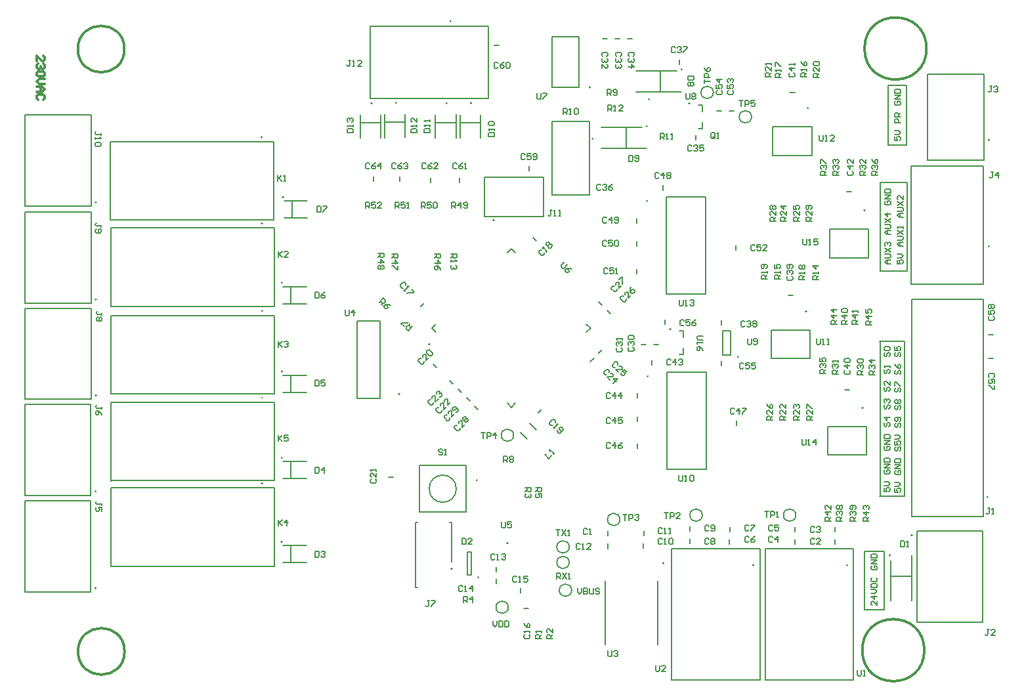
<source format=gto>
G04*
G04 #@! TF.GenerationSoftware,Altium Limited,Altium Designer,25.2.1 (25)*
G04*
G04 Layer_Color=65535*
%FSLAX44Y44*%
%MOMM*%
G71*
G04*
G04 #@! TF.SameCoordinates,A71CF6F4-CF6F-4F02-8CC4-27F24B5748F8*
G04*
G04*
G04 #@! TF.FilePolarity,Positive*
G04*
G01*
G75*
%ADD10C,0.1524*%
%ADD11C,0.3000*%
%ADD12C,0.1270*%
%ADD13C,0.2000*%
D10*
X1064852Y157931D02*
G03*
X1064852Y157931I-762J0D01*
G01*
X335744Y296936D02*
G03*
X335744Y296936I-762J0D01*
G01*
X554943Y153691D02*
G03*
X554943Y153691I-762J0D01*
G01*
X626852Y186441D02*
G03*
X626852Y186441I-762J0D01*
G01*
X589416Y142341D02*
G03*
X589416Y142341I-762J0D01*
G01*
X587185Y267546D02*
G03*
X587185Y267546I-762J0D01*
G01*
X548479Y754040D02*
G03*
X548479Y754040I-762J0D01*
G01*
X483148Y754467D02*
G03*
X483148Y754467I-762J0D01*
G01*
X451624Y753967D02*
G03*
X451624Y753967I-762J0D01*
G01*
X924148Y426755D02*
G03*
X924148Y426755I-762J0D01*
G01*
X851346Y797558D02*
G03*
X851346Y797558I-762J0D01*
G01*
X1087602Y615681D02*
G03*
X1087602Y615681I-762J0D01*
G01*
X1014352Y747811D02*
G03*
X1014352Y747811I-762J0D01*
G01*
X579857Y754004D02*
G03*
X579857Y754004I-762J0D01*
G01*
X553514Y859778D02*
G03*
X553514Y859778I-762J0D01*
G01*
X809536Y759128D02*
G03*
X809536Y759128I-762J0D01*
G01*
X335744Y188428D02*
G03*
X335744Y188428I-762J0D01*
G01*
Y407996D02*
G03*
X335744Y407996I-762J0D01*
G01*
Y522324D02*
G03*
X335744Y522324I-762J0D01*
G01*
X337312Y633004D02*
G03*
X337312Y633004I-762J0D01*
G01*
X1245960Y246071D02*
G03*
X1245960Y246071I-762J0D01*
G01*
X1119895Y170786D02*
G03*
X1119895Y170786I-762J0D01*
G01*
X806690Y724325D02*
G03*
X806690Y724325I-762J0D01*
G01*
X1148633Y196681D02*
G03*
X1148633Y196681I-762J0D01*
G01*
X95762Y128634D02*
G03*
X95762Y128634I-762J0D01*
G01*
Y253384D02*
G03*
X95762Y253384I-762J0D01*
G01*
X96012Y377334D02*
G03*
X96012Y377334I-762J0D01*
G01*
Y501026D02*
G03*
X96012Y501026I-762J0D01*
G01*
Y626334D02*
G03*
X96012Y626334I-762J0D01*
G01*
X944056Y158431D02*
G03*
X944056Y158431I-762J0D01*
G01*
X733172Y774612D02*
G03*
X733172Y774612I-762J0D01*
G01*
X736628Y708256D02*
G03*
X736628Y708256I-762J0D01*
G01*
X1085102Y361181D02*
G03*
X1085102Y361181I-762J0D01*
G01*
X807102Y627931D02*
G03*
X807102Y627931I-762J0D01*
G01*
X1012102Y485681D02*
G03*
X1012102Y485681I-762J0D01*
G01*
X807852Y401865D02*
G03*
X807852Y401865I-762J0D01*
G01*
X526124Y443195D02*
G03*
X526124Y443195I-762J0D01*
G01*
X487157Y378872D02*
G03*
X487157Y378872I-762J0D01*
G01*
X827823Y160786D02*
G03*
X827823Y160786I-762J0D01*
G01*
X309710Y710335D02*
G03*
X309710Y710335I-762J0D01*
G01*
X310210Y599085D02*
G03*
X310210Y599085I-762J0D01*
G01*
X310460Y486085D02*
G03*
X310460Y486085I-762J0D01*
G01*
X310210Y374085D02*
G03*
X310210Y374085I-762J0D01*
G01*
X310460Y263585D02*
G03*
X310460Y263585I-762J0D01*
G01*
X609064Y602906D02*
G03*
X609064Y602906I-762J0D01*
G01*
X1247616Y569626D02*
G03*
X1247616Y569626I-762J0D01*
G01*
X1247792Y707041D02*
G03*
X1247792Y707041I-762J0D01*
G01*
X836748Y462572D02*
G03*
X836748Y462572I-762J0D01*
G01*
X861323Y753808D02*
G03*
X861323Y753808I-762J0D01*
G01*
D11*
X1166715Y824679D02*
G03*
X1166715Y824679I-40000J0D01*
G01*
X1163853Y48495D02*
G03*
X1163853Y48495I-40000J0D01*
G01*
X132338Y46933D02*
G03*
X132338Y46933I-30000J0D01*
G01*
X132089Y823933D02*
G03*
X132089Y823933I-30000J0D01*
G01*
X19250Y808586D02*
Y815250D01*
X25914Y808586D01*
X27581D01*
X29247Y810252D01*
Y813584D01*
X27581Y815250D01*
Y805253D02*
X29247Y803587D01*
Y800255D01*
X27581Y798589D01*
X25914D01*
X24248Y800255D01*
Y801921D01*
Y800255D01*
X22582Y798589D01*
X20916D01*
X19250Y800255D01*
Y803587D01*
X20916Y805253D01*
X27581Y795256D02*
X29247Y793590D01*
Y790258D01*
X27581Y788592D01*
X20916D01*
X19250Y790258D01*
Y793590D01*
X20916Y795256D01*
X27581D01*
X29247Y785260D02*
X22582D01*
X19250Y781927D01*
X22582Y778595D01*
X29247D01*
X19250Y775263D02*
X25914D01*
X29247Y771931D01*
X25914Y768598D01*
X19250D01*
X24248D01*
Y775263D01*
X27581Y758602D02*
X29247Y760268D01*
Y763600D01*
X27581Y765266D01*
X20916D01*
X19250Y763600D01*
Y760268D01*
X20916Y758602D01*
D12*
X627340Y103948D02*
G03*
X627340Y103948I-8000J0D01*
G01*
X709049Y125878D02*
G03*
X709049Y125878I-8000J0D01*
G01*
X705840Y161691D02*
G03*
X705840Y161691I-8000J0D01*
G01*
Y181691D02*
G03*
X705840Y181691I-8000J0D01*
G01*
X560173Y256796D02*
G03*
X560173Y256796I-17500J0D01*
G01*
X998183Y222681D02*
G03*
X998183Y222681I-8000J0D01*
G01*
X771201Y217146D02*
G03*
X771201Y217146I-8000J0D01*
G01*
X634160Y325803D02*
G03*
X634160Y325803I-8000J0D01*
G01*
X941055Y736498D02*
G03*
X941055Y736498I-8000J0D01*
G01*
X891831Y768000D02*
G03*
X891831Y768000I-8000J0D01*
G01*
X877500Y222681D02*
G03*
X877500Y222681I-8000J0D01*
G01*
X1086613Y176431D02*
X1112090D01*
X1086613Y100454D02*
Y176431D01*
Y100454D02*
X1112090D01*
Y176431D01*
X958590Y9649D02*
X1072590D01*
X958590D02*
Y179067D01*
X1072590Y9649D02*
Y179067D01*
X958590D02*
X1072590D01*
X997270Y201164D02*
Y207164D01*
Y185593D02*
Y191593D01*
X1048840Y201366D02*
Y207366D01*
Y185366D02*
Y191366D01*
X526682Y652078D02*
Y658078D01*
X564498Y651689D02*
Y657689D01*
X346924Y269962D02*
Y291884D01*
X336750D02*
X366750D01*
X336750Y269884D02*
X366750D01*
X507179Y129441D02*
X509729D01*
X507179D02*
Y212941D01*
X509729D01*
X551639D02*
X554179D01*
Y162191D02*
Y212941D01*
X612090Y134170D02*
Y140170D01*
X612090Y149941D02*
Y155941D01*
X647090Y101941D02*
X653090D01*
X642840Y122441D02*
Y128441D01*
X579590Y145841D02*
Y174841D01*
X574090Y145841D02*
X579590D01*
X574090D02*
Y174841D01*
X579590D01*
X572673Y226796D02*
Y286796D01*
X512673D02*
X572673D01*
X512673Y226796D02*
Y286796D01*
Y226796D02*
X572673D01*
X473033Y271825D02*
X479033D01*
X533367Y709326D02*
X533367Y739326D01*
X559719Y709481D02*
X559719Y739481D01*
X533367Y729040D02*
X559717D01*
X468036Y729467D02*
X494386D01*
X494388Y709908D02*
X494388Y739908D01*
X468036Y709754D02*
X468036Y739754D01*
X436512Y709254D02*
X436512Y739254D01*
X462865Y709408D02*
X462865Y739408D01*
X436512Y728967D02*
X462863D01*
X903781Y429214D02*
Y460214D01*
X913781Y429214D02*
Y460214D01*
X903781D02*
X913781D01*
X903781Y429214D02*
X913781D01*
X792274Y768731D02*
X850584D01*
X792274Y795971D02*
X844274D01*
X823807Y769101D02*
Y795916D01*
X1041840Y591681D02*
X1091840D01*
X1041840Y554681D02*
Y591681D01*
Y554681D02*
X1091840D01*
Y591681D01*
X968590Y723811D02*
X1018590D01*
X968590Y686811D02*
Y723811D01*
Y686811D02*
X1018590D01*
Y723811D01*
X1063840Y640325D02*
X1069840D01*
X990590Y767561D02*
X996590D01*
X453826Y653298D02*
Y659298D01*
X609226Y828852D02*
X615227D01*
X564745Y709290D02*
X564745Y739290D01*
X591097Y709444D02*
X591097Y739444D01*
X564745Y729004D02*
X591095D01*
X487641Y653364D02*
Y659364D01*
X847774Y804112D02*
Y810112D01*
X346924Y161454D02*
Y183376D01*
X336750D02*
X366750D01*
X336750Y161376D02*
X366750D01*
X346924Y381023D02*
Y402945D01*
X336750D02*
X366750D01*
X336750Y380945D02*
X366750D01*
X336750Y495273D02*
X366750D01*
X336750Y517273D02*
X366750D01*
X346924Y495351D02*
Y517273D01*
X348491Y606030D02*
Y627952D01*
X338317D02*
X368317D01*
X338317Y605952D02*
X368317D01*
X1147508Y221033D02*
X1207198D01*
X1147508D02*
Y501421D01*
X1239744D01*
Y270321D02*
Y501421D01*
X1239698Y221071D02*
Y270321D01*
X1207235Y221071D02*
X1239698D01*
X1147960Y112476D02*
Y170786D01*
X1120720Y112476D02*
Y164476D01*
X1120775Y144009D02*
X1147590D01*
X747617Y695499D02*
X805928D01*
X747617Y722739D02*
X799617D01*
X779150Y695869D02*
Y722684D01*
X1239121Y84381D02*
Y201981D01*
X1154121Y84381D02*
X1239121D01*
X1154121D02*
Y201981D01*
X1239121D01*
X3750Y123334D02*
X88750D01*
Y240935D01*
X3750D02*
X88750D01*
X3750Y123334D02*
Y240935D01*
Y248084D02*
Y365685D01*
X88750D01*
Y248084D02*
Y365685D01*
X3750Y248084D02*
X88750D01*
X4000Y372034D02*
X89000D01*
Y489635D01*
X4000D02*
X89000D01*
X4000Y372034D02*
Y489635D01*
Y495726D02*
Y613326D01*
X89000D01*
Y495726D02*
Y613326D01*
X4000Y495726D02*
X89000D01*
X4000Y621034D02*
X89000D01*
Y738635D01*
X4000D02*
X89000D01*
X4000Y621034D02*
Y738635D01*
X837794Y10149D02*
X951794D01*
X837794D02*
Y179567D01*
X951794Y10149D02*
Y179567D01*
X837794D02*
X951794D01*
X683410Y774612D02*
X718410D01*
X683410D02*
Y839612D01*
X718410D01*
Y774612D02*
Y839612D01*
X731966Y635456D02*
Y730756D01*
X683766Y635456D02*
X731966D01*
X683766D02*
Y730756D01*
X731966D01*
X1089340Y300181D02*
Y337181D01*
X1039340Y300181D02*
X1089340D01*
X1039340D02*
Y337181D01*
X1089340D01*
X831340Y632931D02*
X881590D01*
Y507931D02*
Y632931D01*
X831340Y507931D02*
X881590D01*
X831340D02*
Y632931D01*
X1016340Y424681D02*
Y461681D01*
X966340Y424681D02*
X1016340D01*
X966340D02*
Y461681D01*
X1016340D01*
X832090Y406865D02*
X882340D01*
Y281865D02*
Y406865D01*
X832090Y281865D02*
X882340D01*
X832090D02*
Y406865D01*
X528928Y464031D02*
X534169Y458790D01*
X625882Y560985D02*
X631123Y566226D01*
X728077Y469272D02*
X733318Y464031D01*
X631123Y361836D02*
X636364Y367076D01*
X625882D02*
X631123Y361836D01*
X728077Y458790D02*
X733318Y464031D01*
X631123Y566226D02*
X636364Y560985D01*
X528928Y464031D02*
X534169Y469272D01*
X461897Y373372D02*
Y473372D01*
X431897Y373372D02*
Y473372D01*
Y373372D02*
X461897D01*
X431897Y473372D02*
X461897D01*
X752411Y55886D02*
Y137936D01*
X819711Y55886D02*
Y137936D01*
X114099Y603273D02*
Y704634D01*
Y603273D02*
X114128Y603301D01*
X324750D01*
X114099Y704634D02*
X324750D01*
Y603301D02*
Y704634D01*
X114599Y492023D02*
Y593384D01*
Y492023D02*
X114628Y492051D01*
X325250D01*
X114599Y593384D02*
X325250D01*
Y492051D02*
Y593384D01*
X114849Y379023D02*
Y480384D01*
Y379023D02*
X114878Y379051D01*
X325500D01*
X114849Y480384D02*
X325500D01*
Y379051D02*
Y480384D01*
X114599Y267023D02*
Y368384D01*
Y267023D02*
X114628Y267051D01*
X325250D01*
X114599Y368384D02*
X325250D01*
Y267051D02*
Y368384D01*
X114849Y156523D02*
Y257884D01*
Y156523D02*
X114878Y156551D01*
X325500D01*
X114849Y257884D02*
X325500D01*
Y156551D02*
Y257884D01*
X1168030Y680541D02*
Y791541D01*
Y680541D02*
X1241030D01*
Y791541D01*
X1168030D02*
X1241030D01*
X654104Y667179D02*
Y673179D01*
X654772Y341269D02*
X663258Y332784D01*
X642751Y329248D02*
X651237Y320763D01*
X755311Y196286D02*
Y202286D01*
X912699Y185593D02*
Y191593D01*
X913041Y201164D02*
Y207164D01*
X861894Y185866D02*
Y191866D01*
X861794Y202116D02*
Y208116D01*
X801523Y179904D02*
Y185904D01*
X801811Y196286D02*
Y202286D01*
X755311Y179786D02*
Y185786D01*
X514757Y491758D02*
X518999Y496001D01*
X659282Y581052D02*
X663525Y576810D01*
X665980Y355016D02*
X670222Y359259D01*
X530639Y417377D02*
X534881Y413134D01*
X562466Y384966D02*
X566709Y380723D01*
X551466Y395842D02*
X555709Y391600D01*
X733227Y420503D02*
X737469Y424745D01*
X744129Y431629D02*
X748371Y435871D01*
X755167Y487140D02*
X759409Y482897D01*
X743985Y497922D02*
X748228Y493679D01*
X584160Y363105D02*
X588403Y358862D01*
X573550Y373893D02*
X577793Y369650D01*
X814672Y442734D02*
X820672D01*
X798884Y442753D02*
X804884D01*
X749035Y837543D02*
X755035D01*
X764785D02*
X770785D01*
X780785D02*
X786785D01*
X869041Y707112D02*
Y713112D01*
X902511Y468024D02*
Y474024D01*
X988206Y506130D02*
X994206D01*
X1061648Y384431D02*
X1067648D01*
X812210Y416115D02*
Y422115D01*
X793773Y373840D02*
Y379840D01*
X793778Y343615D02*
Y349615D01*
X794028Y308865D02*
Y314865D01*
X921278Y338865D02*
Y344865D01*
X826620Y642042D02*
Y648042D01*
X793090Y599431D02*
Y605431D01*
Y569431D02*
Y575431D01*
Y534431D02*
Y540431D01*
X920590Y564681D02*
Y570681D01*
X912090Y743959D02*
X918090D01*
X902480Y415445D02*
Y421445D01*
X829030Y468973D02*
Y474972D01*
X896352Y743998D02*
X902352D01*
X1246521Y425152D02*
X1252521D01*
X1246521Y455652D02*
X1252521D01*
X853341Y430113D02*
Y438113D01*
X848341Y430113D02*
X853341D01*
Y452113D02*
Y460113D01*
X848341D02*
X853341D01*
X877916Y721349D02*
Y729350D01*
X872916Y721349D02*
X877916D01*
Y743350D02*
Y751349D01*
X872916D02*
X877916D01*
X1107349Y537463D02*
Y651613D01*
Y537463D02*
X1141349D01*
Y651613D01*
X1107349D02*
X1141349D01*
X1117020Y699730D02*
Y776980D01*
Y699730D02*
X1141270D01*
Y776980D01*
X1117020D02*
X1141270D01*
X1106788Y247180D02*
Y446930D01*
X1106538Y247234D02*
X1138538D01*
Y447091D01*
X1106538D02*
X1138538D01*
X1103070Y111529D02*
Y106451D01*
X1097992Y111529D01*
X1096722D01*
X1095452Y110260D01*
Y107720D01*
X1096722Y106451D01*
X1103070Y117877D02*
X1095452D01*
X1099261Y114068D01*
Y119147D01*
X1095452Y121686D02*
X1100531D01*
X1103070Y124225D01*
X1100531Y126764D01*
X1095452D01*
Y129304D02*
X1103070D01*
Y133112D01*
X1101801Y134382D01*
X1096722D01*
X1095452Y133112D01*
Y129304D01*
X1096722Y141999D02*
X1095452Y140730D01*
Y138191D01*
X1096722Y136921D01*
X1101801D01*
X1103070Y138191D01*
Y140730D01*
X1101801Y141999D01*
X1096722Y157234D02*
X1095452Y155965D01*
Y153426D01*
X1096722Y152156D01*
X1101801D01*
X1103070Y153426D01*
Y155965D01*
X1101801Y157234D01*
X1099261D01*
Y154695D01*
X1103070Y159774D02*
X1095452D01*
X1103070Y164852D01*
X1095452D01*
Y167391D02*
X1103070D01*
Y171200D01*
X1101801Y172470D01*
X1096722D01*
X1095452Y171200D01*
Y167391D01*
X1128656Y552195D02*
Y547117D01*
X1132465D01*
X1131196Y549656D01*
Y550926D01*
X1132465Y552195D01*
X1135005D01*
X1136274Y550926D01*
Y548386D01*
X1135005Y547117D01*
X1128656Y554734D02*
X1133735D01*
X1136274Y557274D01*
X1133735Y559813D01*
X1128656D01*
X1136274Y569969D02*
X1131196D01*
X1128656Y572509D01*
X1131196Y575048D01*
X1136274D01*
X1132465D01*
Y569969D01*
X1128656Y577587D02*
X1135005D01*
X1136274Y578857D01*
Y581396D01*
X1135005Y582665D01*
X1128656D01*
Y585205D02*
X1136274Y590283D01*
X1128656D02*
X1136274Y585205D01*
Y592822D02*
Y595361D01*
Y594092D01*
X1128656D01*
X1129926Y592822D01*
X1136274Y606788D02*
X1131196D01*
X1128656Y609327D01*
X1131196Y611866D01*
X1136274D01*
X1132465D01*
Y606788D01*
X1128656Y614405D02*
X1135005D01*
X1136274Y615675D01*
Y618214D01*
X1135005Y619483D01*
X1128656D01*
Y622023D02*
X1136274Y627101D01*
X1128656D02*
X1136274Y622023D01*
Y634719D02*
Y629640D01*
X1131196Y634719D01*
X1129926D01*
X1128656Y633449D01*
Y630910D01*
X1129926Y629640D01*
X1120372Y546707D02*
X1115294D01*
X1112755Y549246D01*
X1115294Y551785D01*
X1120372D01*
X1116563D01*
Y546707D01*
X1112755Y554324D02*
X1119102D01*
X1120372Y555594D01*
Y558133D01*
X1119102Y559403D01*
X1112755D01*
Y561942D02*
X1120372Y567020D01*
X1112755D02*
X1120372Y561942D01*
X1114024Y569559D02*
X1112755Y570829D01*
Y573368D01*
X1114024Y574638D01*
X1115294D01*
X1116563Y573368D01*
Y572099D01*
Y573368D01*
X1117833Y574638D01*
X1119102D01*
X1120372Y573368D01*
Y570829D01*
X1119102Y569559D01*
X1120372Y584794D02*
X1115294D01*
X1112755Y587334D01*
X1115294Y589873D01*
X1120372D01*
X1116563D01*
Y584794D01*
X1112755Y592412D02*
X1119102D01*
X1120372Y593682D01*
Y596221D01*
X1119102Y597490D01*
X1112755D01*
Y600029D02*
X1120372Y605108D01*
X1112755D02*
X1120372Y600029D01*
Y611456D02*
X1112755D01*
X1116563Y607647D01*
Y612725D01*
X1114024Y627961D02*
X1112755Y626691D01*
Y624152D01*
X1114024Y622882D01*
X1119102D01*
X1120372Y624152D01*
Y626691D01*
X1119102Y627961D01*
X1116563D01*
Y625421D01*
X1120372Y630500D02*
X1112755D01*
X1120372Y635578D01*
X1112755D01*
Y638117D02*
X1120372D01*
Y641926D01*
X1119102Y643195D01*
X1114024D01*
X1112755Y641926D01*
Y638117D01*
X1125632Y710828D02*
Y705750D01*
X1129441D01*
X1128172Y708289D01*
Y709559D01*
X1129441Y710828D01*
X1131980D01*
X1133250Y709559D01*
Y707020D01*
X1131980Y705750D01*
X1125632Y713367D02*
X1130711D01*
X1133250Y715907D01*
X1130711Y718446D01*
X1125632D01*
X1133250Y728603D02*
X1125632D01*
Y732411D01*
X1126902Y733681D01*
X1129441D01*
X1130711Y732411D01*
Y728603D01*
X1133250Y736220D02*
X1125632D01*
Y740029D01*
X1126902Y741299D01*
X1129441D01*
X1130711Y740029D01*
Y736220D01*
Y738759D02*
X1133250Y741299D01*
X1126902Y756534D02*
X1125632Y755264D01*
Y752725D01*
X1126902Y751455D01*
X1131980D01*
X1133250Y752725D01*
Y755264D01*
X1131980Y756534D01*
X1129441D01*
Y753994D01*
X1133250Y759073D02*
X1125632D01*
X1133250Y764151D01*
X1125632D01*
Y766690D02*
X1133250D01*
Y770499D01*
X1131980Y771769D01*
X1126902D01*
X1125632Y770499D01*
Y766690D01*
X1125882Y257328D02*
Y252250D01*
X1129691D01*
X1128422Y254789D01*
Y256059D01*
X1129691Y257328D01*
X1132230D01*
X1133500Y256059D01*
Y253520D01*
X1132230Y252250D01*
X1125882Y259867D02*
X1130961D01*
X1133500Y262407D01*
X1130961Y264946D01*
X1125882D01*
X1127152Y280181D02*
X1125882Y278911D01*
Y276372D01*
X1127152Y275103D01*
X1132230D01*
X1133500Y276372D01*
Y278911D01*
X1132230Y280181D01*
X1129691D01*
Y277642D01*
X1133500Y282720D02*
X1125882D01*
X1133500Y287799D01*
X1125882D01*
Y290338D02*
X1133500D01*
Y294146D01*
X1132230Y295416D01*
X1127152D01*
X1125882Y294146D01*
Y290338D01*
X1127152Y310651D02*
X1125882Y309382D01*
Y306842D01*
X1127152Y305573D01*
X1128422D01*
X1129691Y306842D01*
Y309382D01*
X1130961Y310651D01*
X1132230D01*
X1133500Y309382D01*
Y306842D01*
X1132230Y305573D01*
X1125882Y318269D02*
Y313190D01*
X1129691D01*
X1128422Y315730D01*
Y316999D01*
X1129691Y318269D01*
X1132230D01*
X1133500Y316999D01*
Y314460D01*
X1132230Y313190D01*
X1125882Y320808D02*
X1130961D01*
X1133500Y323347D01*
X1130961Y325886D01*
X1125882D01*
X1127152Y341121D02*
X1125882Y339852D01*
Y337313D01*
X1127152Y336043D01*
X1128422D01*
X1129691Y337313D01*
Y339852D01*
X1130961Y341121D01*
X1132230D01*
X1133500Y339852D01*
Y337313D01*
X1132230Y336043D01*
Y343660D02*
X1133500Y344930D01*
Y347469D01*
X1132230Y348739D01*
X1127152D01*
X1125882Y347469D01*
Y344930D01*
X1127152Y343660D01*
X1128422D01*
X1129691Y344930D01*
Y348739D01*
X1127152Y363974D02*
X1125882Y362704D01*
Y360165D01*
X1127152Y358895D01*
X1128422D01*
X1129691Y360165D01*
Y362704D01*
X1130961Y363974D01*
X1132230D01*
X1133500Y362704D01*
Y360165D01*
X1132230Y358895D01*
X1127152Y366513D02*
X1125882Y367783D01*
Y370322D01*
X1127152Y371591D01*
X1128422D01*
X1129691Y370322D01*
X1130961Y371591D01*
X1132230D01*
X1133500Y370322D01*
Y367783D01*
X1132230Y366513D01*
X1130961D01*
X1129691Y367783D01*
X1128422Y366513D01*
X1127152D01*
X1129691Y367783D02*
Y370322D01*
X1127152Y386827D02*
X1125882Y385557D01*
Y383018D01*
X1127152Y381748D01*
X1128422D01*
X1129691Y383018D01*
Y385557D01*
X1130961Y386827D01*
X1132230D01*
X1133500Y385557D01*
Y383018D01*
X1132230Y381748D01*
X1125882Y389366D02*
Y394444D01*
X1127152D01*
X1132230Y389366D01*
X1133500D01*
X1127152Y409679D02*
X1125882Y408410D01*
Y405870D01*
X1127152Y404601D01*
X1128422D01*
X1129691Y405870D01*
Y408410D01*
X1130961Y409679D01*
X1132230D01*
X1133500Y408410D01*
Y405870D01*
X1132230Y404601D01*
X1125882Y417297D02*
X1127152Y414757D01*
X1129691Y412218D01*
X1132230D01*
X1133500Y413488D01*
Y416027D01*
X1132230Y417297D01*
X1130961D01*
X1129691Y416027D01*
Y412218D01*
X1127152Y432532D02*
X1125882Y431262D01*
Y428723D01*
X1127152Y427453D01*
X1128422D01*
X1129691Y428723D01*
Y431262D01*
X1130961Y432532D01*
X1132230D01*
X1133500Y431262D01*
Y428723D01*
X1132230Y427453D01*
X1125882Y440149D02*
Y435071D01*
X1129691D01*
X1128422Y437610D01*
Y438880D01*
X1129691Y440149D01*
X1132230D01*
X1133500Y438880D01*
Y436340D01*
X1132230Y435071D01*
X1111900Y258278D02*
Y253200D01*
X1115709D01*
X1114439Y255739D01*
Y257008D01*
X1115709Y258278D01*
X1118248D01*
X1119518Y257008D01*
Y254469D01*
X1118248Y253200D01*
X1111900Y260817D02*
X1116978D01*
X1119518Y263356D01*
X1116978Y265896D01*
X1111900D01*
X1113170Y281131D02*
X1111900Y279861D01*
Y277322D01*
X1113170Y276052D01*
X1118248D01*
X1119518Y277322D01*
Y279861D01*
X1118248Y281131D01*
X1115709D01*
Y278591D01*
X1119518Y283670D02*
X1111900D01*
X1119518Y288748D01*
X1111900D01*
Y291287D02*
X1119518D01*
Y295096D01*
X1118248Y296366D01*
X1113170D01*
X1111900Y295096D01*
Y291287D01*
X1113170Y311601D02*
X1111900Y310331D01*
Y307792D01*
X1113170Y306522D01*
X1118248D01*
X1119518Y307792D01*
Y310331D01*
X1118248Y311601D01*
X1115709D01*
Y309062D01*
X1119518Y314140D02*
X1111900D01*
X1119518Y319218D01*
X1111900D01*
Y321758D02*
X1119518D01*
Y325566D01*
X1118248Y326836D01*
X1113170D01*
X1111900Y325566D01*
Y321758D01*
X1113170Y342071D02*
X1111900Y340801D01*
Y338262D01*
X1113170Y336992D01*
X1114439D01*
X1115709Y338262D01*
Y340801D01*
X1116978Y342071D01*
X1118248D01*
X1119518Y340801D01*
Y338262D01*
X1118248Y336992D01*
X1119518Y348419D02*
X1111900D01*
X1115709Y344610D01*
Y349688D01*
X1113170Y364924D02*
X1111900Y363654D01*
Y361115D01*
X1113170Y359845D01*
X1114439D01*
X1115709Y361115D01*
Y363654D01*
X1116978Y364924D01*
X1118248D01*
X1119518Y363654D01*
Y361115D01*
X1118248Y359845D01*
X1113170Y367463D02*
X1111900Y368732D01*
Y371272D01*
X1113170Y372541D01*
X1114439D01*
X1115709Y371272D01*
Y370002D01*
Y371272D01*
X1116978Y372541D01*
X1118248D01*
X1119518Y371272D01*
Y368732D01*
X1118248Y367463D01*
X1113170Y387776D02*
X1111900Y386507D01*
Y383967D01*
X1113170Y382698D01*
X1114439D01*
X1115709Y383967D01*
Y386507D01*
X1116978Y387776D01*
X1118248D01*
X1119518Y386507D01*
Y383967D01*
X1118248Y382698D01*
X1119518Y395394D02*
Y390315D01*
X1114439Y395394D01*
X1113170D01*
X1111900Y394124D01*
Y391585D01*
X1113170Y390315D01*
Y410629D02*
X1111900Y409359D01*
Y406820D01*
X1113170Y405550D01*
X1114439D01*
X1115709Y406820D01*
Y409359D01*
X1116978Y410629D01*
X1118248D01*
X1119518Y409359D01*
Y406820D01*
X1118248Y405550D01*
X1119518Y413168D02*
Y415707D01*
Y414437D01*
X1111900D01*
X1113170Y413168D01*
Y432212D02*
X1111900Y430942D01*
Y428403D01*
X1113170Y427133D01*
X1114439D01*
X1115709Y428403D01*
Y430942D01*
X1116978Y432212D01*
X1118248D01*
X1119518Y430942D01*
Y428403D01*
X1118248Y427133D01*
X1113170Y434751D02*
X1111900Y436021D01*
Y438560D01*
X1113170Y439829D01*
X1118248D01*
X1119518Y438560D01*
Y436021D01*
X1118248Y434751D01*
X1113170D01*
X443670Y618691D02*
Y626309D01*
X447479D01*
X448748Y625039D01*
Y622500D01*
X447479Y621230D01*
X443670D01*
X446209D02*
X448748Y618691D01*
X456366Y626309D02*
X451287D01*
Y622500D01*
X453826Y623770D01*
X455096D01*
X456366Y622500D01*
Y619961D01*
X455096Y618691D01*
X452557D01*
X451287Y619961D01*
X463983Y618691D02*
X458905D01*
X463983Y623770D01*
Y625039D01*
X462714Y626309D01*
X460174D01*
X458905Y625039D01*
X448748Y675718D02*
X447479Y676988D01*
X444939D01*
X443670Y675718D01*
Y670640D01*
X444939Y669370D01*
X447479D01*
X448748Y670640D01*
X456366Y676988D02*
X453826Y675718D01*
X451287Y673179D01*
Y670640D01*
X452557Y669370D01*
X455096D01*
X456366Y670640D01*
Y671909D01*
X455096Y673179D01*
X451287D01*
X462714Y669370D02*
Y676988D01*
X458905Y673179D01*
X463983D01*
X481613Y618691D02*
Y626309D01*
X485422D01*
X486691Y625039D01*
Y622500D01*
X485422Y621230D01*
X481613D01*
X484152D02*
X486691Y618691D01*
X494309Y626309D02*
X489230D01*
Y622500D01*
X491770Y623770D01*
X493039D01*
X494309Y622500D01*
Y619961D01*
X493039Y618691D01*
X490500D01*
X489230Y619961D01*
X496848Y618691D02*
X499387D01*
X498117D01*
Y626309D01*
X496848Y625039D01*
X515205Y618691D02*
Y626309D01*
X519013D01*
X520283Y625039D01*
Y622500D01*
X519013Y621230D01*
X515205D01*
X517744D02*
X520283Y618691D01*
X527901Y626309D02*
X522822D01*
Y622500D01*
X525362Y623770D01*
X526631D01*
X527901Y622500D01*
Y619961D01*
X526631Y618691D01*
X524092D01*
X522822Y619961D01*
X530440Y625039D02*
X531709Y626309D01*
X534249D01*
X535518Y625039D01*
Y619961D01*
X534249Y618691D01*
X531709D01*
X530440Y619961D01*
Y625039D01*
X554343Y618691D02*
Y626309D01*
X558152D01*
X559422Y625039D01*
Y622500D01*
X558152Y621230D01*
X554343D01*
X556883D02*
X559422Y618691D01*
X565770D02*
Y626309D01*
X561961Y622500D01*
X567039D01*
X569578Y619961D02*
X570848Y618691D01*
X573387D01*
X574657Y619961D01*
Y625039D01*
X573387Y626309D01*
X570848D01*
X569578Y625039D01*
Y623770D01*
X570848Y622500D01*
X574657D01*
X459161Y560094D02*
X466778D01*
Y556286D01*
X465509Y555016D01*
X462970D01*
X461700Y556286D01*
Y560094D01*
Y557555D02*
X459161Y555016D01*
Y548668D02*
X466778D01*
X462970Y552477D01*
Y547398D01*
X465509Y544859D02*
X466778Y543590D01*
Y541050D01*
X465509Y539781D01*
X464239D01*
X462970Y541050D01*
X461700Y539781D01*
X460430D01*
X459161Y541050D01*
Y543590D01*
X460430Y544859D01*
X461700D01*
X462970Y543590D01*
X464239Y544859D01*
X465509D01*
X462970Y543590D02*
Y541050D01*
X477324Y559133D02*
X484941D01*
Y555325D01*
X483672Y554055D01*
X481133D01*
X479863Y555325D01*
Y559133D01*
Y556594D02*
X477324Y554055D01*
Y547707D02*
X484941D01*
X481133Y551516D01*
Y546438D01*
X484941Y543898D02*
Y538820D01*
X483672D01*
X478593Y543898D01*
X477324D01*
X532461Y559304D02*
X540078D01*
Y555495D01*
X538809Y554226D01*
X536270D01*
X535000Y555495D01*
Y559304D01*
Y556765D02*
X532461Y554226D01*
Y547878D02*
X540078D01*
X536270Y551687D01*
Y546608D01*
X540078Y538991D02*
X538809Y541530D01*
X536270Y544069D01*
X533731D01*
X532461Y542799D01*
Y540260D01*
X533731Y538991D01*
X535000D01*
X536270Y540260D01*
Y544069D01*
X553104Y559525D02*
X560721D01*
Y555716D01*
X559452Y554446D01*
X556912D01*
X555643Y555716D01*
Y559525D01*
Y556986D02*
X553104Y554446D01*
Y551907D02*
Y549368D01*
Y550638D01*
X560721D01*
X559452Y551907D01*
Y545559D02*
X560721Y544290D01*
Y541750D01*
X559452Y540481D01*
X558182D01*
X556912Y541750D01*
Y543020D01*
Y541750D01*
X555643Y540481D01*
X554373D01*
X553104Y541750D01*
Y544290D01*
X554373Y545559D01*
X424057Y809559D02*
X421517D01*
X422787D01*
Y803211D01*
X421517Y801941D01*
X420248D01*
X418978Y803211D01*
X426596Y801941D02*
X429135D01*
X427865D01*
Y809559D01*
X426596Y808289D01*
X438022Y801941D02*
X432944D01*
X438022Y807020D01*
Y808289D01*
X436752Y809559D01*
X434213D01*
X432944Y808289D01*
X419494Y715978D02*
X427111D01*
Y719787D01*
X425842Y721056D01*
X420763D01*
X419494Y719787D01*
Y715978D01*
X427111Y723596D02*
Y726135D01*
Y724865D01*
X419494D01*
X420763Y723596D01*
Y729944D02*
X419494Y731213D01*
Y733752D01*
X420763Y735022D01*
X422033D01*
X423302Y733752D01*
Y732483D01*
Y733752D01*
X424572Y735022D01*
X425842D01*
X427111Y733752D01*
Y731213D01*
X425842Y729944D01*
X501941Y715978D02*
X509559D01*
Y719787D01*
X508289Y721056D01*
X503211D01*
X501941Y719787D01*
Y715978D01*
X509559Y723596D02*
Y726135D01*
Y724865D01*
X501941D01*
X503211Y723596D01*
X509559Y735022D02*
Y729944D01*
X504480Y735022D01*
X503211D01*
X501941Y733752D01*
Y731213D01*
X503211Y729944D01*
X518941Y716248D02*
X526559D01*
Y720057D01*
X525289Y721326D01*
X520211D01*
X518941Y720057D01*
Y716248D01*
X526559Y723865D02*
Y726404D01*
Y725135D01*
X518941D01*
X520211Y723865D01*
X526559Y730213D02*
Y732752D01*
Y731483D01*
X518941D01*
X520211Y730213D01*
X601666Y711482D02*
X609284D01*
Y715290D01*
X608014Y716560D01*
X602936D01*
X601666Y715290D01*
Y711482D01*
X609284Y719099D02*
Y721638D01*
Y720369D01*
X601666D01*
X602936Y719099D01*
Y725447D02*
X601666Y726717D01*
Y729256D01*
X602936Y730526D01*
X608014D01*
X609284Y729256D01*
Y726717D01*
X608014Y725447D01*
X602936D01*
X482563Y675843D02*
X481293Y677113D01*
X478754D01*
X477485Y675843D01*
Y670765D01*
X478754Y669495D01*
X481293D01*
X482563Y670765D01*
X490180Y677113D02*
X487641Y675843D01*
X485102Y673304D01*
Y670765D01*
X486372Y669495D01*
X488911D01*
X490180Y670765D01*
Y672034D01*
X488911Y673304D01*
X485102D01*
X492720Y675843D02*
X493989Y677113D01*
X496528D01*
X497798Y675843D01*
Y674574D01*
X496528Y673304D01*
X495259D01*
X496528D01*
X497798Y672034D01*
Y670765D01*
X496528Y669495D01*
X493989D01*
X492720Y670765D01*
X521045Y675718D02*
X519776Y676988D01*
X517236D01*
X515967Y675718D01*
Y670640D01*
X517236Y669370D01*
X519776D01*
X521045Y670640D01*
X528663Y676988D02*
X526124Y675718D01*
X523584Y673179D01*
Y670640D01*
X524854Y669370D01*
X527393D01*
X528663Y670640D01*
Y671909D01*
X527393Y673179D01*
X523584D01*
X536280Y669370D02*
X531202D01*
X536280Y674449D01*
Y675718D01*
X535011Y676988D01*
X532471D01*
X531202Y675718D01*
X560936D02*
X559666Y676988D01*
X557127D01*
X555858Y675718D01*
Y670640D01*
X557127Y669370D01*
X559666D01*
X560936Y670640D01*
X568554Y676988D02*
X566014Y675718D01*
X563475Y673179D01*
Y670640D01*
X564745Y669370D01*
X567284D01*
X568554Y670640D01*
Y671909D01*
X567284Y673179D01*
X563475D01*
X571093Y669370D02*
X573632D01*
X572362D01*
Y676988D01*
X571093Y675718D01*
X614172Y805539D02*
X612902Y806809D01*
X610363D01*
X609093Y805539D01*
Y800461D01*
X610363Y799191D01*
X612902D01*
X614172Y800461D01*
X621789Y806809D02*
X619250Y805539D01*
X616711Y803000D01*
Y800461D01*
X617980Y799191D01*
X620520D01*
X621789Y800461D01*
Y801730D01*
X620520Y803000D01*
X616711D01*
X624328Y805539D02*
X625598Y806809D01*
X628137D01*
X629407Y805539D01*
Y800461D01*
X628137Y799191D01*
X625598D01*
X624328Y800461D01*
Y805539D01*
X842695Y825820D02*
X841426Y827089D01*
X838886D01*
X837617Y825820D01*
Y820742D01*
X838886Y819472D01*
X841426D01*
X842695Y820742D01*
X845234Y825820D02*
X846504Y827089D01*
X849043D01*
X850313Y825820D01*
Y824550D01*
X849043Y823281D01*
X847774D01*
X849043D01*
X850313Y822011D01*
Y820742D01*
X849043Y819472D01*
X846504D01*
X845234Y820742D01*
X852852Y827089D02*
X857930D01*
Y825820D01*
X852852Y820742D01*
Y819472D01*
X683326Y616309D02*
X680787D01*
X682056D01*
Y609961D01*
X680787Y608691D01*
X679517D01*
X678248Y609961D01*
X685865Y608691D02*
X688404D01*
X687135D01*
Y616309D01*
X685865Y615039D01*
X692213Y608691D02*
X694752D01*
X693483D01*
Y616309D01*
X692213Y615039D01*
X648672Y687789D02*
X647402Y689059D01*
X644863D01*
X643593Y687789D01*
Y682711D01*
X644863Y681441D01*
X647402D01*
X648672Y682711D01*
X656289Y689059D02*
X651211D01*
Y685250D01*
X653750Y686520D01*
X655020D01*
X656289Y685250D01*
Y682711D01*
X655020Y681441D01*
X652480D01*
X651211Y682711D01*
X658828D02*
X660098Y681441D01*
X662637D01*
X663907Y682711D01*
Y687789D01*
X662637Y689059D01*
X660098D01*
X658828Y687789D01*
Y686520D01*
X660098Y685250D01*
X663907D01*
X894000Y710211D02*
Y715289D01*
X892730Y716559D01*
X890191D01*
X888922Y715289D01*
Y710211D01*
X890191Y708941D01*
X892730D01*
X891461Y711480D02*
X894000Y708941D01*
X892730D02*
X894000Y710211D01*
X896539Y708941D02*
X899078D01*
X897809D01*
Y716559D01*
X896539Y715289D01*
X856402Y766809D02*
Y760461D01*
X857672Y759191D01*
X860211D01*
X861480Y760461D01*
Y766809D01*
X864020Y765539D02*
X865289Y766809D01*
X867828D01*
X869098Y765539D01*
Y764270D01*
X867828Y763000D01*
X869098Y761730D01*
Y760461D01*
X867828Y759191D01*
X865289D01*
X864020Y760461D01*
Y761730D01*
X865289Y763000D01*
X864020Y764270D01*
Y765539D01*
X865289Y763000D02*
X867828D01*
X847478Y274059D02*
Y267711D01*
X848748Y266441D01*
X851287D01*
X852556Y267711D01*
Y274059D01*
X855096Y266441D02*
X857635D01*
X856365D01*
Y274059D01*
X855096Y272789D01*
X861444D02*
X862713Y274059D01*
X865252D01*
X866522Y272789D01*
Y267711D01*
X865252Y266441D01*
X862713D01*
X861444Y267711D01*
Y272789D01*
X1247961Y479164D02*
X1246692Y477895D01*
Y475356D01*
X1247961Y474086D01*
X1253039D01*
X1254309Y475356D01*
Y477895D01*
X1253039Y479164D01*
X1246692Y486782D02*
Y481704D01*
X1250500D01*
X1249231Y484243D01*
Y485512D01*
X1250500Y486782D01*
X1253039D01*
X1254309Y485512D01*
Y482973D01*
X1253039Y481704D01*
X1247961Y489321D02*
X1246692Y490591D01*
Y493130D01*
X1247961Y494399D01*
X1249231D01*
X1250500Y493130D01*
X1251770Y494399D01*
X1253039D01*
X1254309Y493130D01*
Y490591D01*
X1253039Y489321D01*
X1251770D01*
X1250500Y490591D01*
X1249231Y489321D01*
X1247961D01*
X1250500Y490591D02*
Y493130D01*
X1253039Y400169D02*
X1254309Y401439D01*
Y403978D01*
X1253039Y405248D01*
X1247961D01*
X1246692Y403978D01*
Y401439D01*
X1247961Y400169D01*
X1254309Y392552D02*
Y397630D01*
X1250500D01*
X1251770Y395091D01*
Y393821D01*
X1250500Y392552D01*
X1247961D01*
X1246692Y393821D01*
Y396361D01*
X1247961Y397630D01*
X1254309Y390013D02*
Y384934D01*
X1253039D01*
X1247961Y390013D01*
X1246692D01*
X828843Y225630D02*
X833922D01*
X831383D01*
Y218012D01*
X836461D02*
Y225630D01*
X840270D01*
X841539Y224360D01*
Y221821D01*
X840270Y220551D01*
X836461D01*
X849157Y218012D02*
X844079D01*
X849157Y223090D01*
Y224360D01*
X847887Y225630D01*
X845348D01*
X844079Y224360D01*
X935990Y450738D02*
Y444390D01*
X937259Y443121D01*
X939799D01*
X941068Y444390D01*
Y450738D01*
X943607Y444390D02*
X944877Y443121D01*
X947416D01*
X948686Y444390D01*
Y449469D01*
X947416Y450738D01*
X944877D01*
X943607Y449469D01*
Y448199D01*
X944877Y446930D01*
X948686D01*
X896961Y770672D02*
X895691Y769402D01*
Y766863D01*
X896961Y765593D01*
X902039D01*
X903309Y766863D01*
Y769402D01*
X902039Y770672D01*
X895691Y778289D02*
Y773211D01*
X899500D01*
X898230Y775750D01*
Y777020D01*
X899500Y778289D01*
X902039D01*
X903309Y777020D01*
Y774480D01*
X902039Y773211D01*
X903309Y784637D02*
X895691D01*
X899500Y780828D01*
Y785907D01*
X878363Y453882D02*
X872015D01*
X870745Y452612D01*
Y450073D01*
X872015Y448804D01*
X878363D01*
X870745Y446264D02*
Y443725D01*
Y444995D01*
X878363D01*
X877093Y446264D01*
X878363Y434838D02*
X877093Y437377D01*
X874554Y439916D01*
X872015D01*
X870745Y438647D01*
Y436108D01*
X872015Y434838D01*
X873284D01*
X874554Y436108D01*
Y439916D01*
X853982Y473448D02*
X852713Y474718D01*
X850174D01*
X848904Y473448D01*
Y468370D01*
X850174Y467100D01*
X852713D01*
X853982Y468370D01*
X861600Y474718D02*
X856522D01*
Y470909D01*
X859061Y472179D01*
X860331D01*
X861600Y470909D01*
Y468370D01*
X860331Y467100D01*
X857791D01*
X856522Y468370D01*
X869218Y474718D02*
X866678Y473448D01*
X864139Y470909D01*
Y468370D01*
X865409Y467100D01*
X867948D01*
X869218Y468370D01*
Y469640D01*
X867948Y470909D01*
X864139D01*
X930911Y417840D02*
X929642Y419110D01*
X927103D01*
X925833Y417840D01*
Y412762D01*
X927103Y411492D01*
X929642D01*
X930911Y412762D01*
X938529Y419110D02*
X933451D01*
Y415301D01*
X935990Y416570D01*
X937259D01*
X938529Y415301D01*
Y412762D01*
X937259Y411492D01*
X934720D01*
X933451Y412762D01*
X946146Y419110D02*
X941068D01*
Y415301D01*
X943607Y416570D01*
X944877D01*
X946146Y415301D01*
Y412762D01*
X944877Y411492D01*
X942338D01*
X941068Y412762D01*
X911238Y770672D02*
X909969Y769402D01*
Y766863D01*
X911238Y765593D01*
X916317D01*
X917587Y766863D01*
Y769402D01*
X916317Y770672D01*
X909969Y778289D02*
Y773211D01*
X913778D01*
X912508Y775750D01*
Y777020D01*
X913778Y778289D01*
X916317D01*
X917587Y777020D01*
Y774480D01*
X916317Y773211D01*
X911238Y780828D02*
X909969Y782098D01*
Y784637D01*
X911238Y785907D01*
X912508D01*
X913778Y784637D01*
Y783368D01*
Y784637D01*
X915047Y785907D01*
X916317D01*
X917587Y784637D01*
Y782098D01*
X916317Y780828D01*
X716967Y128249D02*
Y123171D01*
X719506Y120632D01*
X722045Y123171D01*
Y128249D01*
X724584D02*
Y120632D01*
X728393D01*
X729662Y121902D01*
Y123171D01*
X728393Y124441D01*
X724584D01*
X728393D01*
X729662Y125710D01*
Y126980D01*
X728393Y128249D01*
X724584D01*
X732202D02*
Y121902D01*
X733471Y120632D01*
X736010D01*
X737280Y121902D01*
Y128249D01*
X744898Y126980D02*
X743628Y128249D01*
X741089D01*
X739819Y126980D01*
Y125710D01*
X741089Y124441D01*
X743628D01*
X744898Y123171D01*
Y121902D01*
X743628Y120632D01*
X741089D01*
X739819Y121902D01*
X1007195Y578691D02*
Y572343D01*
X1008464Y571074D01*
X1011003D01*
X1012273Y572343D01*
Y578691D01*
X1014812Y571074D02*
X1017351D01*
X1016082D01*
Y578691D01*
X1014812Y577422D01*
X1026238Y578691D02*
X1021160D01*
Y574883D01*
X1023699Y576152D01*
X1024969D01*
X1026238Y574883D01*
Y572343D01*
X1024969Y571074D01*
X1022430D01*
X1021160Y572343D01*
X1006133Y320538D02*
Y314190D01*
X1007403Y312921D01*
X1009942D01*
X1011212Y314190D01*
Y320538D01*
X1013751Y312921D02*
X1016290D01*
X1015021D01*
Y320538D01*
X1013751Y319269D01*
X1023908Y312921D02*
Y320538D01*
X1020099Y316730D01*
X1025177D01*
X847728Y500309D02*
Y493961D01*
X848998Y492691D01*
X851537D01*
X852806Y493961D01*
Y500309D01*
X855346Y492691D02*
X857885D01*
X856615D01*
Y500309D01*
X855346Y499039D01*
X861694D02*
X862963Y500309D01*
X865502D01*
X866772Y499039D01*
Y497770D01*
X865502Y496500D01*
X864233D01*
X865502D01*
X866772Y495230D01*
Y493961D01*
X865502Y492691D01*
X862963D01*
X861694Y493961D01*
X1028323Y713100D02*
Y706752D01*
X1029593Y705482D01*
X1032132D01*
X1033401Y706752D01*
Y713100D01*
X1035941Y705482D02*
X1038480D01*
X1037210D01*
Y713100D01*
X1035941Y711830D01*
X1047367Y705482D02*
X1042289D01*
X1047367Y710560D01*
Y711830D01*
X1046097Y713100D01*
X1043558D01*
X1042289Y711830D01*
X1024784Y450738D02*
Y444390D01*
X1026053Y443121D01*
X1028593D01*
X1029862Y444390D01*
Y450738D01*
X1032401Y443121D02*
X1034941D01*
X1033671D01*
Y450738D01*
X1032401Y449469D01*
X1038749Y443121D02*
X1041289D01*
X1040019D01*
Y450738D01*
X1038749Y449469D01*
X664500Y766809D02*
Y760461D01*
X665769Y759191D01*
X668308D01*
X669578Y760461D01*
Y766809D01*
X672117D02*
X677196D01*
Y765539D01*
X672117Y760461D01*
Y759191D01*
X699955Y549402D02*
X695466Y544913D01*
Y543118D01*
X697262Y541322D01*
X699057Y541322D01*
X703546Y545811D01*
X708932Y540425D02*
X706239Y541322D01*
X702648Y541322D01*
X700853Y539527D01*
Y537731D01*
X702648Y535936D01*
X704444Y535936D01*
X705341Y536834D01*
X705341Y538629D01*
X702648Y541322D01*
X618602Y213779D02*
Y207431D01*
X619871Y206162D01*
X622411D01*
X623680Y207431D01*
Y213779D01*
X631298D02*
X626219D01*
Y209970D01*
X628759Y211240D01*
X630028D01*
X631298Y209970D01*
Y207431D01*
X630028Y206162D01*
X627489D01*
X626219Y207431D01*
X416954Y487829D02*
Y481481D01*
X418224Y480212D01*
X420763D01*
X422033Y481481D01*
Y487829D01*
X428381Y480212D02*
Y487829D01*
X424572Y484020D01*
X429650D01*
X755902Y47990D02*
Y41642D01*
X757172Y40372D01*
X759711D01*
X760981Y41642D01*
Y47990D01*
X763520Y46720D02*
X764789Y47990D01*
X767328D01*
X768598Y46720D01*
Y45450D01*
X767328Y44181D01*
X766059D01*
X767328D01*
X768598Y42911D01*
Y41642D01*
X767328Y40372D01*
X764789D01*
X763520Y41642D01*
X817356Y28990D02*
Y22642D01*
X818625Y21372D01*
X821165D01*
X822434Y22642D01*
Y28990D01*
X830052Y21372D02*
X824973D01*
X830052Y26450D01*
Y27720D01*
X828782Y28990D01*
X826243D01*
X824973Y27720D01*
X1077422Y23059D02*
Y16711D01*
X1078691Y15441D01*
X1081230D01*
X1082500Y16711D01*
Y23059D01*
X1085039Y15441D02*
X1087578D01*
X1086309D01*
Y23059D01*
X1085039Y21789D01*
X688953Y203674D02*
X694031D01*
X691492D01*
Y196056D01*
X696571Y203674D02*
X701649Y196056D01*
Y203674D02*
X696571Y196056D01*
X704188D02*
X706727D01*
X705458D01*
Y203674D01*
X704188Y202404D01*
X880022Y779934D02*
Y785013D01*
Y782474D01*
X887640D01*
Y787552D02*
X880022D01*
Y791361D01*
X881292Y792630D01*
X883831D01*
X885100Y791361D01*
Y787552D01*
X880022Y800248D02*
X881292Y797709D01*
X883831Y795169D01*
X886370D01*
X887640Y796439D01*
Y798978D01*
X886370Y800248D01*
X885100D01*
X883831Y798978D01*
Y795169D01*
X925357Y757617D02*
X930435D01*
X927896D01*
Y749999D01*
X932975D02*
Y757617D01*
X936783D01*
X938053Y756348D01*
Y753808D01*
X936783Y752539D01*
X932975D01*
X945670Y757617D02*
X940592D01*
Y753808D01*
X943131Y755078D01*
X944401D01*
X945670Y753808D01*
Y751269D01*
X944401Y749999D01*
X941862D01*
X940592Y751269D01*
X592031Y329612D02*
X597109D01*
X594570D01*
Y321994D01*
X599648D02*
Y329612D01*
X603457D01*
X604726Y328342D01*
Y325803D01*
X603457Y324533D01*
X599648D01*
X611074Y321994D02*
Y329612D01*
X607266Y325803D01*
X612344D01*
X775373Y223431D02*
X780452D01*
X777912D01*
Y215813D01*
X782991D02*
Y223431D01*
X786799D01*
X788069Y222161D01*
Y219622D01*
X786799Y218352D01*
X782991D01*
X790608Y222161D02*
X791878Y223431D01*
X794417D01*
X795687Y222161D01*
Y220891D01*
X794417Y219622D01*
X793147D01*
X794417D01*
X795687Y218352D01*
Y217083D01*
X794417Y215813D01*
X791878D01*
X790608Y217083D01*
X957669Y227239D02*
X962747D01*
X960208D01*
Y219622D01*
X965286D02*
Y227239D01*
X969095D01*
X970365Y225970D01*
Y223431D01*
X969095Y222161D01*
X965286D01*
X972904Y219622D02*
X975443D01*
X974174D01*
Y227239D01*
X972904Y225970D01*
X542673Y306546D02*
X541403Y307816D01*
X538864D01*
X537594Y306546D01*
Y305277D01*
X538864Y304007D01*
X541403D01*
X542673Y302738D01*
Y301468D01*
X541403Y300198D01*
X538864D01*
X537594Y301468D01*
X545212Y300198D02*
X547751D01*
X546482D01*
Y307816D01*
X545212Y306546D01*
X689483Y140111D02*
Y147729D01*
X693292D01*
X694561Y146459D01*
Y143920D01*
X693292Y142650D01*
X689483D01*
X692022D02*
X694561Y140111D01*
X697101Y147729D02*
X702179Y140111D01*
Y147729D02*
X697101Y140111D01*
X704718D02*
X707257D01*
X705988D01*
Y147729D01*
X704718Y146459D01*
X1095909Y467984D02*
X1088292D01*
Y471793D01*
X1089561Y473063D01*
X1092101D01*
X1093370Y471793D01*
Y467984D01*
Y470523D02*
X1095909Y473063D01*
Y479411D02*
X1088292D01*
X1092101Y475602D01*
Y480680D01*
X1088292Y488298D02*
Y483219D01*
X1092101D01*
X1090831Y485759D01*
Y487028D01*
X1092101Y488298D01*
X1094640D01*
X1095909Y487028D01*
Y484489D01*
X1094640Y483219D01*
X1051149Y468679D02*
X1043531D01*
Y472487D01*
X1044801Y473757D01*
X1047340D01*
X1048610Y472487D01*
Y468679D01*
Y471218D02*
X1051149Y473757D01*
Y480105D02*
X1043531D01*
X1047340Y476296D01*
Y481375D01*
X1051149Y487723D02*
X1043531D01*
X1047340Y483914D01*
Y488992D01*
X1092899Y214894D02*
X1085281D01*
Y218703D01*
X1086551Y219972D01*
X1089090D01*
X1090360Y218703D01*
Y214894D01*
Y217433D02*
X1092899Y219972D01*
Y226320D02*
X1085281D01*
X1089090Y222512D01*
Y227590D01*
X1086551Y230129D02*
X1085281Y231399D01*
Y233938D01*
X1086551Y235208D01*
X1087821D01*
X1089090Y233938D01*
Y232668D01*
Y233938D01*
X1090360Y235208D01*
X1091629D01*
X1092899Y233938D01*
Y231399D01*
X1091629Y230129D01*
X1043149Y215190D02*
X1035531D01*
Y218999D01*
X1036801Y220268D01*
X1039340D01*
X1040610Y218999D01*
Y215190D01*
Y217729D02*
X1043149Y220268D01*
Y226616D02*
X1035531D01*
X1039340Y222808D01*
Y227886D01*
X1043149Y235504D02*
Y230425D01*
X1038071Y235504D01*
X1036801D01*
X1035531Y234234D01*
Y231695D01*
X1036801Y230425D01*
X1078291Y469254D02*
X1070674D01*
Y473063D01*
X1071943Y474332D01*
X1074483D01*
X1075752Y473063D01*
Y469254D01*
Y471793D02*
X1078291Y474332D01*
Y480680D02*
X1070674D01*
X1074483Y476871D01*
Y481950D01*
X1078291Y484489D02*
Y487028D01*
Y485759D01*
X1070674D01*
X1071943Y484489D01*
X1064785Y468679D02*
X1057168D01*
Y472487D01*
X1058437Y473757D01*
X1060976D01*
X1062246Y472487D01*
Y468679D01*
Y471218D02*
X1064785Y473757D01*
Y480105D02*
X1057168D01*
X1060976Y476296D01*
Y481375D01*
X1058437Y483914D02*
X1057168Y485183D01*
Y487723D01*
X1058437Y488992D01*
X1063515D01*
X1064785Y487723D01*
Y485183D01*
X1063515Y483914D01*
X1058437D01*
X1075595Y214894D02*
X1067977D01*
Y218703D01*
X1069247Y219972D01*
X1071786D01*
X1073056Y218703D01*
Y214894D01*
Y217433D02*
X1075595Y219972D01*
X1069247Y222512D02*
X1067977Y223781D01*
Y226320D01*
X1069247Y227590D01*
X1070517D01*
X1071786Y226320D01*
Y225051D01*
Y226320D01*
X1073056Y227590D01*
X1074325D01*
X1075595Y226320D01*
Y223781D01*
X1074325Y222512D01*
Y230129D02*
X1075595Y231399D01*
Y233938D01*
X1074325Y235208D01*
X1069247D01*
X1067977Y233938D01*
Y231399D01*
X1069247Y230129D01*
X1070517D01*
X1071786Y231399D01*
Y235208D01*
X1058095Y215190D02*
X1050477D01*
Y218999D01*
X1051747Y220268D01*
X1054286D01*
X1055556Y218999D01*
Y215190D01*
Y217729D02*
X1058095Y220268D01*
X1051747Y222808D02*
X1050477Y224077D01*
Y226616D01*
X1051747Y227886D01*
X1053017D01*
X1054286Y226616D01*
Y225347D01*
Y226616D01*
X1055556Y227886D01*
X1056825D01*
X1058095Y226616D01*
Y224077D01*
X1056825Y222808D01*
X1051747Y230425D02*
X1050477Y231695D01*
Y234234D01*
X1051747Y235504D01*
X1053017D01*
X1054286Y234234D01*
X1055556Y235504D01*
X1056825D01*
X1058095Y234234D01*
Y231695D01*
X1056825Y230425D01*
X1055556D01*
X1054286Y231695D01*
X1053017Y230425D01*
X1051747D01*
X1054286Y231695D02*
Y234234D01*
X1037845Y661274D02*
X1030227D01*
Y665083D01*
X1031497Y666352D01*
X1034036D01*
X1035306Y665083D01*
Y661274D01*
Y663813D02*
X1037845Y666352D01*
X1031497Y668892D02*
X1030227Y670161D01*
Y672700D01*
X1031497Y673970D01*
X1032767D01*
X1034036Y672700D01*
Y671431D01*
Y672700D01*
X1035306Y673970D01*
X1036575D01*
X1037845Y672700D01*
Y670161D01*
X1036575Y668892D01*
X1030227Y676509D02*
Y681588D01*
X1031497D01*
X1036575Y676509D01*
X1037845D01*
X1103686Y661274D02*
X1096069D01*
Y665083D01*
X1097338Y666352D01*
X1099877D01*
X1101147Y665083D01*
Y661274D01*
Y663813D02*
X1103686Y666352D01*
X1097338Y668892D02*
X1096069Y670161D01*
Y672700D01*
X1097338Y673970D01*
X1098608D01*
X1099877Y672700D01*
Y671431D01*
Y672700D01*
X1101147Y673970D01*
X1102417D01*
X1103686Y672700D01*
Y670161D01*
X1102417Y668892D01*
X1096069Y681588D02*
X1097338Y679048D01*
X1099877Y676509D01*
X1102417D01*
X1103686Y677779D01*
Y680318D01*
X1102417Y681588D01*
X1101147D01*
X1099877Y680318D01*
Y676509D01*
X1036845Y405144D02*
X1029227D01*
Y408953D01*
X1030497Y410222D01*
X1033036D01*
X1034306Y408953D01*
Y405144D01*
Y407683D02*
X1036845Y410222D01*
X1030497Y412762D02*
X1029227Y414031D01*
Y416570D01*
X1030497Y417840D01*
X1031767D01*
X1033036Y416570D01*
Y415301D01*
Y416570D01*
X1034306Y417840D01*
X1035575D01*
X1036845Y416570D01*
Y414031D01*
X1035575Y412762D01*
X1029227Y425457D02*
Y420379D01*
X1033036D01*
X1031767Y422918D01*
Y424188D01*
X1033036Y425457D01*
X1035575D01*
X1036845Y424188D01*
Y421649D01*
X1035575Y420379D01*
X1100036Y403644D02*
X1092419D01*
Y407453D01*
X1093688Y408722D01*
X1096227D01*
X1097497Y407453D01*
Y403644D01*
Y406183D02*
X1100036Y408722D01*
X1093688Y411262D02*
X1092419Y412531D01*
Y415070D01*
X1093688Y416340D01*
X1094958D01*
X1096227Y415070D01*
Y413801D01*
Y415070D01*
X1097497Y416340D01*
X1098767D01*
X1100036Y415070D01*
Y412531D01*
X1098767Y411262D01*
X1100036Y422688D02*
X1092419D01*
X1096227Y418879D01*
Y423957D01*
X1053397Y661274D02*
X1045779D01*
Y665083D01*
X1047049Y666352D01*
X1049588D01*
X1050858Y665083D01*
Y661274D01*
Y663813D02*
X1053397Y666352D01*
X1047049Y668892D02*
X1045779Y670161D01*
Y672700D01*
X1047049Y673970D01*
X1048318D01*
X1049588Y672700D01*
Y671431D01*
Y672700D01*
X1050858Y673970D01*
X1052127D01*
X1053397Y672700D01*
Y670161D01*
X1052127Y668892D01*
X1047049Y676509D02*
X1045779Y677779D01*
Y680318D01*
X1047049Y681588D01*
X1048318D01*
X1049588Y680318D01*
Y679048D01*
Y680318D01*
X1050858Y681588D01*
X1052127D01*
X1053397Y680318D01*
Y677779D01*
X1052127Y676509D01*
X1088115Y661274D02*
X1080497D01*
Y665083D01*
X1081767Y666352D01*
X1084306D01*
X1085576Y665083D01*
Y661274D01*
Y663813D02*
X1088115Y666352D01*
X1081767Y668892D02*
X1080497Y670161D01*
Y672700D01*
X1081767Y673970D01*
X1083036D01*
X1084306Y672700D01*
Y671431D01*
Y672700D01*
X1085576Y673970D01*
X1086845D01*
X1088115Y672700D01*
Y670161D01*
X1086845Y668892D01*
X1088115Y681588D02*
Y676509D01*
X1083036Y681588D01*
X1081767D01*
X1080497Y680318D01*
Y677779D01*
X1081767Y676509D01*
X1052595Y404914D02*
X1044977D01*
Y408722D01*
X1046247Y409992D01*
X1048786D01*
X1050056Y408722D01*
Y404914D01*
Y407453D02*
X1052595Y409992D01*
X1046247Y412531D02*
X1044977Y413801D01*
Y416340D01*
X1046247Y417610D01*
X1047516D01*
X1048786Y416340D01*
Y415070D01*
Y416340D01*
X1050056Y417610D01*
X1051325D01*
X1052595Y416340D01*
Y413801D01*
X1051325Y412531D01*
X1052595Y420149D02*
Y422688D01*
Y421418D01*
X1044977D01*
X1046247Y420149D01*
X1085095Y404144D02*
X1077477D01*
Y407953D01*
X1078747Y409222D01*
X1081286D01*
X1082556Y407953D01*
Y404144D01*
Y406683D02*
X1085095Y409222D01*
X1078747Y411762D02*
X1077477Y413031D01*
Y415570D01*
X1078747Y416840D01*
X1080017D01*
X1081286Y415570D01*
Y414301D01*
Y415570D01*
X1082556Y416840D01*
X1083825D01*
X1085095Y415570D01*
Y413031D01*
X1083825Y411762D01*
X1078747Y419379D02*
X1077477Y420649D01*
Y423188D01*
X1078747Y424458D01*
X1083825D01*
X1085095Y423188D01*
Y420649D01*
X1083825Y419379D01*
X1078747D01*
X1018654Y602024D02*
X1011036D01*
Y605833D01*
X1012306Y607102D01*
X1014845D01*
X1016115Y605833D01*
Y602024D01*
Y604563D02*
X1018654Y607102D01*
Y614720D02*
Y609642D01*
X1013575Y614720D01*
X1012306D01*
X1011036Y613450D01*
Y610911D01*
X1012306Y609642D01*
X1017384Y617259D02*
X1018654Y618529D01*
Y621068D01*
X1017384Y622337D01*
X1012306D01*
X1011036Y621068D01*
Y618529D01*
X1012306Y617259D01*
X1013575D01*
X1014845Y618529D01*
Y622337D01*
X972399Y601676D02*
X964781D01*
Y605485D01*
X966051Y606755D01*
X968590D01*
X969860Y605485D01*
Y601676D01*
Y604216D02*
X972399Y606755D01*
Y614372D02*
Y609294D01*
X967320Y614372D01*
X966051D01*
X964781Y613103D01*
Y610564D01*
X966051Y609294D01*
Y616912D02*
X964781Y618181D01*
Y620720D01*
X966051Y621990D01*
X967320D01*
X968590Y620720D01*
X969860Y621990D01*
X971129D01*
X972399Y620720D01*
Y618181D01*
X971129Y616912D01*
X969860D01*
X968590Y618181D01*
X967320Y616912D01*
X966051D01*
X968590Y618181D02*
Y620720D01*
X1019649Y345144D02*
X1012031D01*
Y348953D01*
X1013301Y350222D01*
X1015840D01*
X1017110Y348953D01*
Y345144D01*
Y347683D02*
X1019649Y350222D01*
Y357840D02*
Y352762D01*
X1014570Y357840D01*
X1013301D01*
X1012031Y356570D01*
Y354031D01*
X1013301Y352762D01*
X1012031Y360379D02*
Y365457D01*
X1013301D01*
X1018379Y360379D01*
X1019649D01*
X968595Y345144D02*
X960977D01*
Y348953D01*
X962247Y350222D01*
X964786D01*
X966056Y348953D01*
Y345144D01*
Y347683D02*
X968595Y350222D01*
Y357840D02*
Y352762D01*
X963517Y357840D01*
X962247D01*
X960977Y356570D01*
Y354031D01*
X962247Y352762D01*
X960977Y365457D02*
X962247Y362918D01*
X964786Y360379D01*
X967325D01*
X968595Y361649D01*
Y364188D01*
X967325Y365457D01*
X966056D01*
X964786Y364188D01*
Y360379D01*
X1002845Y602024D02*
X995227D01*
Y605833D01*
X996497Y607102D01*
X999036D01*
X1000306Y605833D01*
Y602024D01*
Y604563D02*
X1002845Y607102D01*
Y614720D02*
Y609642D01*
X997767Y614720D01*
X996497D01*
X995227Y613450D01*
Y610911D01*
X996497Y609642D01*
X995227Y622337D02*
Y617259D01*
X999036D01*
X997767Y619798D01*
Y621068D01*
X999036Y622337D01*
X1001575D01*
X1002845Y621068D01*
Y618529D01*
X1001575Y617259D01*
X986095Y602024D02*
X978477D01*
Y605833D01*
X979747Y607102D01*
X982286D01*
X983556Y605833D01*
Y602024D01*
Y604563D02*
X986095Y607102D01*
Y614720D02*
Y609642D01*
X981017Y614720D01*
X979747D01*
X978477Y613450D01*
Y610911D01*
X979747Y609642D01*
X986095Y621068D02*
X978477D01*
X982286Y617259D01*
Y622337D01*
X1002595Y345144D02*
X994977D01*
Y348953D01*
X996247Y350222D01*
X998786D01*
X1000056Y348953D01*
Y345144D01*
Y347683D02*
X1002595Y350222D01*
Y357840D02*
Y352762D01*
X997517Y357840D01*
X996247D01*
X994977Y356570D01*
Y354031D01*
X996247Y352762D01*
Y360379D02*
X994977Y361649D01*
Y364188D01*
X996247Y365457D01*
X997517D01*
X998786Y364188D01*
Y362918D01*
Y364188D01*
X1000056Y365457D01*
X1001325D01*
X1002595Y364188D01*
Y361649D01*
X1001325Y360379D01*
X985095Y345144D02*
X977477D01*
Y348953D01*
X978747Y350222D01*
X981286D01*
X982556Y348953D01*
Y345144D01*
Y347683D02*
X985095Y350222D01*
Y357840D02*
Y352762D01*
X980017Y357840D01*
X978747D01*
X977477Y356570D01*
Y354031D01*
X978747Y352762D01*
X985095Y365457D02*
Y360379D01*
X980017Y365457D01*
X978747D01*
X977477Y364188D01*
Y361649D01*
X978747Y360379D01*
X966095Y788294D02*
X958477D01*
Y792103D01*
X959747Y793372D01*
X962286D01*
X963556Y792103D01*
Y788294D01*
Y790833D02*
X966095Y793372D01*
Y800990D02*
Y795911D01*
X961017Y800990D01*
X959747D01*
X958477Y799720D01*
Y797181D01*
X959747Y795911D01*
X966095Y803529D02*
Y806068D01*
Y804798D01*
X958477D01*
X959747Y803529D01*
X1028457Y787524D02*
X1020840D01*
Y791333D01*
X1022109Y792602D01*
X1024648D01*
X1025918Y791333D01*
Y787524D01*
Y790063D02*
X1028457Y792602D01*
Y800220D02*
Y795142D01*
X1023379Y800220D01*
X1022109D01*
X1020840Y798950D01*
Y796411D01*
X1022109Y795142D01*
Y802759D02*
X1020840Y804029D01*
Y806568D01*
X1022109Y807838D01*
X1027188D01*
X1028457Y806568D01*
Y804029D01*
X1027188Y802759D01*
X1022109D01*
X961095Y527029D02*
X953477D01*
Y530838D01*
X954747Y532107D01*
X957286D01*
X958556Y530838D01*
Y527029D01*
Y529568D02*
X961095Y532107D01*
Y534646D02*
Y537186D01*
Y535916D01*
X953477D01*
X954747Y534646D01*
X959825Y540994D02*
X961095Y542264D01*
Y544803D01*
X959825Y546073D01*
X954747D01*
X953477Y544803D01*
Y542264D01*
X954747Y540994D01*
X956017D01*
X957286Y542264D01*
Y546073D01*
X1009845Y526529D02*
X1002227D01*
Y530338D01*
X1003497Y531607D01*
X1006036D01*
X1007306Y530338D01*
Y526529D01*
Y529068D02*
X1009845Y531607D01*
Y534146D02*
Y536686D01*
Y535416D01*
X1002227D01*
X1003497Y534146D01*
Y540494D02*
X1002227Y541764D01*
Y544303D01*
X1003497Y545573D01*
X1004767D01*
X1006036Y544303D01*
X1007306Y545573D01*
X1008575D01*
X1009845Y544303D01*
Y541764D01*
X1008575Y540494D01*
X1007306D01*
X1006036Y541764D01*
X1004767Y540494D01*
X1003497D01*
X1006036Y541764D02*
Y544303D01*
X979199Y787659D02*
X971582D01*
Y791468D01*
X972851Y792737D01*
X975390D01*
X976660Y791468D01*
Y787659D01*
Y790198D02*
X979199Y792737D01*
Y795276D02*
Y797816D01*
Y796546D01*
X971582D01*
X972851Y795276D01*
X971582Y801624D02*
Y806703D01*
X972851D01*
X977930Y801624D01*
X979199D01*
X1012595Y788159D02*
X1004977D01*
Y791968D01*
X1006247Y793237D01*
X1008786D01*
X1010056Y791968D01*
Y788159D01*
Y790698D02*
X1012595Y793237D01*
Y795776D02*
Y798316D01*
Y797046D01*
X1004977D01*
X1006247Y795776D01*
X1004977Y807203D02*
X1006247Y804664D01*
X1008786Y802124D01*
X1011325D01*
X1012595Y803394D01*
Y805933D01*
X1011325Y807203D01*
X1010056D01*
X1008786Y805933D01*
Y802124D01*
X978095Y527029D02*
X970477D01*
Y530838D01*
X971747Y532107D01*
X974286D01*
X975556Y530838D01*
Y527029D01*
Y529568D02*
X978095Y532107D01*
Y534646D02*
Y537186D01*
Y535916D01*
X970477D01*
X971747Y534646D01*
X970477Y546073D02*
Y540994D01*
X974286D01*
X973017Y543534D01*
Y544803D01*
X974286Y546073D01*
X976825D01*
X978095Y544803D01*
Y542264D01*
X976825Y540994D01*
X1027633Y526529D02*
X1020015D01*
Y530338D01*
X1021285Y531607D01*
X1023824D01*
X1025094Y530338D01*
Y526529D01*
Y529068D02*
X1027633Y531607D01*
Y534146D02*
Y536686D01*
Y535416D01*
X1020015D01*
X1021285Y534146D01*
X1027633Y544303D02*
X1020015D01*
X1023824Y540494D01*
Y545573D01*
X756065Y744002D02*
Y751620D01*
X759874D01*
X761143Y750350D01*
Y747811D01*
X759874Y746541D01*
X756065D01*
X758604D02*
X761143Y744002D01*
X763682D02*
X766222D01*
X764952D01*
Y751620D01*
X763682Y750350D01*
X775109Y744002D02*
X770031D01*
X775109Y749080D01*
Y750350D01*
X773839Y751620D01*
X771300D01*
X770031Y750350D01*
X823088Y707673D02*
Y715290D01*
X826897D01*
X828166Y714021D01*
Y711482D01*
X826897Y710212D01*
X823088D01*
X825627D02*
X828166Y707673D01*
X830705D02*
X833244D01*
X831975D01*
Y715290D01*
X830705Y714021D01*
X837053Y707673D02*
X839592D01*
X838323D01*
Y715290D01*
X837053Y714021D01*
X698345Y739541D02*
Y747158D01*
X702153D01*
X703423Y745889D01*
Y743350D01*
X702153Y742080D01*
X698345D01*
X700884D02*
X703423Y739541D01*
X705962D02*
X708501D01*
X707232D01*
Y747158D01*
X705962Y745889D01*
X712310D02*
X713580Y747158D01*
X716119D01*
X717388Y745889D01*
Y740810D01*
X716119Y739541D01*
X713580D01*
X712310Y740810D01*
Y745889D01*
X754902Y764191D02*
Y771809D01*
X758711D01*
X759980Y770539D01*
Y768000D01*
X758711Y766730D01*
X754902D01*
X757441D02*
X759980Y764191D01*
X762520Y765461D02*
X763789Y764191D01*
X766328D01*
X767598Y765461D01*
Y770539D01*
X766328Y771809D01*
X763789D01*
X762520Y770539D01*
Y769270D01*
X763789Y768000D01*
X767598D01*
X621143Y291112D02*
Y298730D01*
X624952D01*
X626221Y297460D01*
Y294921D01*
X624952Y293651D01*
X621143D01*
X623682D02*
X626221Y291112D01*
X628761Y297460D02*
X630030Y298730D01*
X632569D01*
X633839Y297460D01*
Y296190D01*
X632569Y294921D01*
X633839Y293651D01*
Y292382D01*
X632569Y291112D01*
X630030D01*
X628761Y292382D01*
Y293651D01*
X630030Y294921D01*
X628761Y296190D01*
Y297460D01*
X630030Y294921D02*
X632569D01*
X503682Y466089D02*
X498295Y460702D01*
X495602Y463396D01*
X495602Y465191D01*
X497398Y466987D01*
X499193Y466987D01*
X501886Y464293D01*
X500091Y466089D02*
X500091Y469680D01*
X492909Y466089D02*
X489318Y469680D01*
X490216Y470578D01*
X497398D01*
X498295Y471475D01*
X460854Y497068D02*
X466240Y502454D01*
X468933Y499761D01*
X468933Y497966D01*
X467138Y496170D01*
X465343Y496170D01*
X462649Y498864D01*
X464445Y497068D02*
X464445Y493477D01*
X475218D02*
X472524Y494375D01*
X468933Y494375D01*
X467138Y492579D01*
Y490784D01*
X468933Y488988D01*
X470729Y488988D01*
X471627Y489886D01*
X471627Y491682D01*
X468933Y494375D01*
X662391Y257818D02*
X670009D01*
Y254010D01*
X668739Y252740D01*
X666200D01*
X664930Y254010D01*
Y257818D01*
Y255279D02*
X662391Y252740D01*
X670009Y245123D02*
Y250201D01*
X666200D01*
X667469Y247662D01*
Y246392D01*
X666200Y245123D01*
X663661D01*
X662391Y246392D01*
Y248931D01*
X663661Y250201D01*
X569677Y110024D02*
Y117641D01*
X573485D01*
X574755Y116372D01*
Y113832D01*
X573485Y112563D01*
X569677D01*
X572216D02*
X574755Y110024D01*
X581103D02*
Y117641D01*
X577294Y113832D01*
X582372D01*
X649281Y257818D02*
X656899D01*
Y254010D01*
X655629Y252740D01*
X653090D01*
X651821Y254010D01*
Y257818D01*
Y255279D02*
X649281Y252740D01*
X655629Y250201D02*
X656899Y248931D01*
Y246392D01*
X655629Y245123D01*
X654360D01*
X653090Y246392D01*
Y247662D01*
Y246392D01*
X651821Y245123D01*
X650551D01*
X649281Y246392D01*
Y248931D01*
X650551Y250201D01*
X684295Y63239D02*
X676678D01*
Y67048D01*
X677947Y68317D01*
X680486D01*
X681756Y67048D01*
Y63239D01*
Y65778D02*
X684295Y68317D01*
Y75935D02*
Y70857D01*
X679217Y75935D01*
X677947D01*
X676678Y74665D01*
Y72126D01*
X677947Y70857D01*
X669978Y63431D02*
X662361D01*
Y67240D01*
X663631Y68510D01*
X666170D01*
X667439Y67240D01*
Y63431D01*
Y65971D02*
X669978Y68510D01*
Y71049D02*
Y73588D01*
Y72319D01*
X662361D01*
X663631Y71049D01*
X674202Y301003D02*
X679589Y295616D01*
X683180Y299207D01*
X684975Y301003D02*
X686770Y302798D01*
X685873Y301900D01*
X680486Y307287D01*
Y305491D01*
X329904Y661498D02*
Y653880D01*
Y656419D01*
X334982Y661498D01*
X331174Y657689D01*
X334982Y653880D01*
X337522D02*
X340061D01*
X338791D01*
Y661498D01*
X337522Y660228D01*
X330402Y562942D02*
Y555325D01*
Y557864D01*
X335480Y562942D01*
X331672Y559133D01*
X335480Y555325D01*
X343098D02*
X338020D01*
X343098Y560403D01*
Y561673D01*
X341828Y562942D01*
X339289D01*
X338020Y561673D01*
X330402Y447004D02*
Y439386D01*
Y441926D01*
X335480Y447004D01*
X331672Y443195D01*
X335480Y439386D01*
X338020Y445734D02*
X339289Y447004D01*
X341828D01*
X343098Y445734D01*
Y444465D01*
X341828Y443195D01*
X340559D01*
X341828D01*
X343098Y441926D01*
Y440656D01*
X341828Y439386D01*
X339289D01*
X338020Y440656D01*
X330402Y325803D02*
Y318185D01*
Y320724D01*
X335480Y325803D01*
X331672Y321994D01*
X335480Y318185D01*
X343098Y325803D02*
X338020D01*
Y321994D01*
X340559Y323264D01*
X341828D01*
X343098Y321994D01*
Y319455D01*
X341828Y318185D01*
X339289D01*
X338020Y319455D01*
X330402Y216750D02*
Y209133D01*
Y211672D01*
X335480Y216750D01*
X331672Y212941D01*
X335480Y209133D01*
X341828D02*
Y216750D01*
X338020Y212941D01*
X343098D01*
X101809Y712578D02*
Y715117D01*
Y713847D01*
X95461D01*
X94192Y715117D01*
Y716387D01*
X95461Y717656D01*
X94192Y710039D02*
Y707499D01*
Y708769D01*
X101809D01*
X100540Y710039D01*
Y703691D02*
X101809Y702421D01*
Y699882D01*
X100540Y698612D01*
X95461D01*
X94192Y699882D01*
Y702421D01*
X95461Y703691D01*
X100540D01*
X102309Y594654D02*
Y597193D01*
Y595924D01*
X95961D01*
X94692Y597193D01*
Y598463D01*
X95961Y599732D01*
Y592115D02*
X94692Y590845D01*
Y588306D01*
X95961Y587036D01*
X101039D01*
X102309Y588306D01*
Y590845D01*
X101039Y592115D01*
X99770D01*
X98500Y590845D01*
Y587036D01*
X103309Y480654D02*
Y483193D01*
Y481923D01*
X96961D01*
X95692Y483193D01*
Y484463D01*
X96961Y485732D01*
X102039Y478115D02*
X103309Y476845D01*
Y474306D01*
X102039Y473036D01*
X100770D01*
X99500Y474306D01*
X98231Y473036D01*
X96961D01*
X95692Y474306D01*
Y476845D01*
X96961Y478115D01*
X98231D01*
X99500Y476845D01*
X100770Y478115D01*
X102039D01*
X99500Y476845D02*
Y474306D01*
X525481Y112490D02*
X522942D01*
X524211D01*
Y106142D01*
X522942Y104872D01*
X521672D01*
X520402Y106142D01*
X528020Y112490D02*
X533098D01*
Y111220D01*
X528020Y106142D01*
Y104872D01*
X102559Y359404D02*
Y361943D01*
Y360673D01*
X96211D01*
X94942Y361943D01*
Y363213D01*
X96211Y364482D01*
X102559Y351786D02*
X101290Y354325D01*
X98750Y356865D01*
X96211D01*
X94942Y355595D01*
Y353056D01*
X96211Y351786D01*
X97481D01*
X98750Y353056D01*
Y356865D01*
X102559Y235404D02*
Y237943D01*
Y236673D01*
X96211D01*
X94942Y237943D01*
Y239213D01*
X96211Y240482D01*
X102559Y227786D02*
Y232865D01*
X98750D01*
X100020Y230326D01*
Y229056D01*
X98750Y227786D01*
X96211D01*
X94942Y229056D01*
Y231595D01*
X96211Y232865D01*
X1253039Y665083D02*
X1250500D01*
X1251770D01*
Y658735D01*
X1250500Y657465D01*
X1249231D01*
X1247961Y658735D01*
X1259388Y657465D02*
Y665083D01*
X1255579Y661274D01*
X1260657D01*
X1250980Y776059D02*
X1248441D01*
X1249711D01*
Y769711D01*
X1248441Y768441D01*
X1247172D01*
X1245902Y769711D01*
X1253520Y774789D02*
X1254789Y776059D01*
X1257328D01*
X1258598Y774789D01*
Y773520D01*
X1257328Y772250D01*
X1256059D01*
X1257328D01*
X1258598Y770980D01*
Y769711D01*
X1257328Y768441D01*
X1254789D01*
X1253520Y769711D01*
X1247230Y75309D02*
X1244691D01*
X1245961D01*
Y68961D01*
X1244691Y67691D01*
X1243422D01*
X1242152Y68961D01*
X1254848Y67691D02*
X1249770D01*
X1254848Y72770D01*
Y74039D01*
X1253578Y75309D01*
X1251039D01*
X1249770Y74039D01*
X1248500Y231809D02*
X1245961D01*
X1247230D01*
Y225461D01*
X1245961Y224191D01*
X1244691D01*
X1243422Y225461D01*
X1251039Y224191D02*
X1253578D01*
X1252309D01*
Y231809D01*
X1251039Y230539D01*
X782991Y686915D02*
Y679298D01*
X786799D01*
X788069Y680567D01*
Y685646D01*
X786799Y686915D01*
X782991D01*
X790608Y680567D02*
X791878Y679298D01*
X794417D01*
X795686Y680567D01*
Y685646D01*
X794417Y686915D01*
X791878D01*
X790608Y685646D01*
Y684376D01*
X791878Y683106D01*
X795686D01*
X866559Y788699D02*
X858941D01*
Y784890D01*
X860211Y783620D01*
X865289D01*
X866559Y784890D01*
Y788699D01*
X865289Y781081D02*
X866559Y779812D01*
Y777272D01*
X865289Y776003D01*
X864020D01*
X862750Y777272D01*
X861480Y776003D01*
X860211D01*
X858941Y777272D01*
Y779812D01*
X860211Y781081D01*
X861480D01*
X862750Y779812D01*
X864020Y781081D01*
X865289D01*
X862750Y779812D02*
Y777272D01*
X380652Y621059D02*
Y613441D01*
X384461D01*
X385730Y614711D01*
Y619789D01*
X384461Y621059D01*
X380652D01*
X388270D02*
X393348D01*
Y619789D01*
X388270Y614711D01*
Y613441D01*
X378402Y510096D02*
Y502478D01*
X382211D01*
X383480Y503748D01*
Y508826D01*
X382211Y510096D01*
X378402D01*
X391098D02*
X388559Y508826D01*
X386020Y506287D01*
Y503748D01*
X387289Y502478D01*
X389828D01*
X391098Y503748D01*
Y505018D01*
X389828Y506287D01*
X386020D01*
X378402Y396693D02*
Y389076D01*
X382211D01*
X383480Y390345D01*
Y395424D01*
X382211Y396693D01*
X378402D01*
X391098D02*
X386020D01*
Y392884D01*
X388559Y394154D01*
X389828D01*
X391098Y392884D01*
Y390345D01*
X389828Y389076D01*
X387289D01*
X386020Y390345D01*
X378402Y284693D02*
Y277076D01*
X382211D01*
X383480Y278345D01*
Y283424D01*
X382211Y284693D01*
X378402D01*
X389828Y277076D02*
Y284693D01*
X386020Y280884D01*
X391098D01*
X378402Y176309D02*
Y168691D01*
X382211D01*
X383480Y169961D01*
Y175039D01*
X382211Y176309D01*
X378402D01*
X386020Y175039D02*
X387289Y176309D01*
X389828D01*
X391098Y175039D01*
Y173770D01*
X389828Y172500D01*
X388559D01*
X389828D01*
X391098Y171230D01*
Y169961D01*
X389828Y168691D01*
X387289D01*
X386020Y169961D01*
X567742Y192564D02*
Y184947D01*
X571551D01*
X572821Y186216D01*
Y191294D01*
X571551Y192564D01*
X567742D01*
X580438Y184947D02*
X575360D01*
X580438Y190025D01*
Y191294D01*
X579169Y192564D01*
X576629D01*
X575360Y191294D01*
X1133459Y189402D02*
Y181784D01*
X1137268D01*
X1138538Y183054D01*
Y188132D01*
X1137268Y189402D01*
X1133459D01*
X1141077Y181784D02*
X1143616D01*
X1142346D01*
Y189402D01*
X1141077Y188132D01*
X945512Y570470D02*
X944242Y571740D01*
X941703D01*
X940433Y570470D01*
Y565392D01*
X941703Y564122D01*
X944242D01*
X945512Y565392D01*
X953129Y571740D02*
X948051D01*
Y567931D01*
X950590Y569200D01*
X951860D01*
X953129Y567931D01*
Y565392D01*
X951860Y564122D01*
X949321D01*
X948051Y565392D01*
X960747Y564122D02*
X955668D01*
X960747Y569200D01*
Y570470D01*
X959477Y571740D01*
X956938D01*
X955668Y570470D01*
X755375Y540470D02*
X754106Y541740D01*
X751566D01*
X750297Y540470D01*
Y535392D01*
X751566Y534122D01*
X754106D01*
X755375Y535392D01*
X762993Y541740D02*
X757915D01*
Y537931D01*
X760454Y539201D01*
X761723D01*
X762993Y537931D01*
Y535392D01*
X761723Y534122D01*
X759184D01*
X757915Y535392D01*
X765532Y534122D02*
X768071D01*
X766802D01*
Y541740D01*
X765532Y540470D01*
X754106Y575703D02*
X752836Y576973D01*
X750297D01*
X749027Y575703D01*
Y570625D01*
X750297Y569356D01*
X752836D01*
X754106Y570625D01*
X761723Y576973D02*
X756645D01*
Y573164D01*
X759184Y574434D01*
X760454D01*
X761723Y573164D01*
Y570625D01*
X760454Y569356D01*
X757915D01*
X756645Y570625D01*
X764262Y575703D02*
X765532Y576973D01*
X768071D01*
X769341Y575703D01*
Y570625D01*
X768071Y569356D01*
X765532D01*
X764262Y570625D01*
Y575703D01*
X754106Y605872D02*
X752836Y607142D01*
X750297D01*
X749027Y605872D01*
Y600794D01*
X750297Y599524D01*
X752836D01*
X754106Y600794D01*
X760454Y599524D02*
Y607142D01*
X756645Y603333D01*
X761723D01*
X764262Y600794D02*
X765532Y599524D01*
X768071D01*
X769341Y600794D01*
Y605872D01*
X768071Y607142D01*
X765532D01*
X764262Y605872D01*
Y604603D01*
X765532Y603333D01*
X769341D01*
X821542Y663600D02*
X820272Y664870D01*
X817733D01*
X816463Y663600D01*
Y658522D01*
X817733Y657252D01*
X820272D01*
X821542Y658522D01*
X827889Y657252D02*
Y664870D01*
X824081Y661061D01*
X829159D01*
X831698Y663600D02*
X832968Y664870D01*
X835507D01*
X836777Y663600D01*
Y662330D01*
X835507Y661061D01*
X836777Y659791D01*
Y658522D01*
X835507Y657252D01*
X832968D01*
X831698Y658522D01*
Y659791D01*
X832968Y661061D01*
X831698Y662330D01*
Y663600D01*
X832968Y661061D02*
X835507D01*
X918672Y359720D02*
X917402Y360989D01*
X914863D01*
X913593Y359720D01*
Y354642D01*
X914863Y353372D01*
X917402D01*
X918672Y354642D01*
X925020Y353372D02*
Y360989D01*
X921211Y357181D01*
X926289D01*
X928829Y360989D02*
X933907D01*
Y359720D01*
X928829Y354642D01*
Y353372D01*
X758699Y315154D02*
X757430Y316424D01*
X754891D01*
X753621Y315154D01*
Y310076D01*
X754891Y308806D01*
X757430D01*
X758699Y310076D01*
X765047Y308806D02*
Y316424D01*
X761238Y312615D01*
X766317D01*
X773934Y316424D02*
X771395Y315154D01*
X768856Y312615D01*
Y310076D01*
X770126Y308806D01*
X772665D01*
X773934Y310076D01*
Y311345D01*
X772665Y312615D01*
X768856D01*
X758699Y347404D02*
X757430Y348674D01*
X754891D01*
X753621Y347404D01*
Y342326D01*
X754891Y341056D01*
X757430D01*
X758699Y342326D01*
X765047Y341056D02*
Y348674D01*
X761238Y344865D01*
X766317D01*
X773934Y348674D02*
X768856D01*
Y344865D01*
X771395Y346134D01*
X772665D01*
X773934Y344865D01*
Y342326D01*
X772665Y341056D01*
X770126D01*
X768856Y342326D01*
X758699Y379404D02*
X757430Y380674D01*
X754891D01*
X753621Y379404D01*
Y374326D01*
X754891Y373056D01*
X757430D01*
X758699Y374326D01*
X765047Y373056D02*
Y380674D01*
X761238Y376865D01*
X766317D01*
X772665Y373056D02*
Y380674D01*
X768856Y376865D01*
X773934D01*
X836622Y422563D02*
X835353Y423833D01*
X832814D01*
X831544Y422563D01*
Y417485D01*
X832814Y416216D01*
X835353D01*
X836622Y417485D01*
X842970Y416216D02*
Y423833D01*
X839162Y420024D01*
X844240D01*
X846779Y422563D02*
X848049Y423833D01*
X850588D01*
X851857Y422563D01*
Y421294D01*
X850588Y420024D01*
X849318D01*
X850588D01*
X851857Y418755D01*
Y417485D01*
X850588Y416216D01*
X848049D01*
X846779Y417485D01*
X1065674Y666352D02*
X1064405Y665083D01*
Y662544D01*
X1065674Y661274D01*
X1070753D01*
X1072022Y662544D01*
Y665083D01*
X1070753Y666352D01*
X1072022Y672700D02*
X1064405D01*
X1068214Y668892D01*
Y673970D01*
X1072022Y681588D02*
Y676509D01*
X1066944Y681588D01*
X1065674D01*
X1064405Y680318D01*
Y677779D01*
X1065674Y676509D01*
X990497Y792872D02*
X989227Y791602D01*
Y789063D01*
X990497Y787794D01*
X995575D01*
X996845Y789063D01*
Y791602D01*
X995575Y792872D01*
X996845Y799220D02*
X989227D01*
X993036Y795411D01*
Y800490D01*
X996845Y803029D02*
Y805568D01*
Y804298D01*
X989227D01*
X990497Y803029D01*
X1061997Y409472D02*
X1060727Y408203D01*
Y405664D01*
X1061997Y404394D01*
X1067075D01*
X1068345Y405664D01*
Y408203D01*
X1067075Y409472D01*
X1068345Y415820D02*
X1060727D01*
X1064536Y412012D01*
Y417090D01*
X1061997Y419629D02*
X1060727Y420899D01*
Y423438D01*
X1061997Y424707D01*
X1067075D01*
X1068345Y423438D01*
Y420899D01*
X1067075Y419629D01*
X1061997D01*
X987747Y530972D02*
X986477Y529703D01*
Y527164D01*
X987747Y525894D01*
X992825D01*
X994095Y527164D01*
Y529703D01*
X992825Y530972D01*
X987747Y533512D02*
X986477Y534781D01*
Y537320D01*
X987747Y538590D01*
X989017D01*
X990286Y537320D01*
Y536051D01*
Y537320D01*
X991556Y538590D01*
X992825D01*
X994095Y537320D01*
Y534781D01*
X992825Y533512D01*
Y541129D02*
X994095Y542399D01*
Y544938D01*
X992825Y546208D01*
X987747D01*
X986477Y544938D01*
Y542399D01*
X987747Y541129D01*
X989017D01*
X990286Y542399D01*
Y546208D01*
X932422Y472289D02*
X931152Y473559D01*
X928613D01*
X927343Y472289D01*
Y467211D01*
X928613Y465941D01*
X931152D01*
X932422Y467211D01*
X934961Y472289D02*
X936230Y473559D01*
X938770D01*
X940039Y472289D01*
Y471020D01*
X938770Y469750D01*
X937500D01*
X938770D01*
X940039Y468480D01*
Y467211D01*
X938770Y465941D01*
X936230D01*
X934961Y467211D01*
X942578Y472289D02*
X943848Y473559D01*
X946387D01*
X947657Y472289D01*
Y471020D01*
X946387Y469750D01*
X947657Y468480D01*
Y467211D01*
X946387Y465941D01*
X943848D01*
X942578Y467211D01*
Y468480D01*
X943848Y469750D01*
X942578Y471020D01*
Y472289D01*
X943848Y469750D02*
X946387D01*
X746739Y648293D02*
X745470Y649563D01*
X742930D01*
X741661Y648293D01*
Y643215D01*
X742930Y641945D01*
X745470D01*
X746739Y643215D01*
X749278Y648293D02*
X750548Y649563D01*
X753087D01*
X754357Y648293D01*
Y647024D01*
X753087Y645754D01*
X751817D01*
X753087D01*
X754357Y644484D01*
Y643215D01*
X753087Y641945D01*
X750548D01*
X749278Y643215D01*
X761974Y649563D02*
X759435Y648293D01*
X756896Y645754D01*
Y643215D01*
X758165Y641945D01*
X760705D01*
X761974Y643215D01*
Y644484D01*
X760705Y645754D01*
X756896D01*
X863963Y698408D02*
X862693Y699677D01*
X860154D01*
X858884Y698408D01*
Y693329D01*
X860154Y692060D01*
X862693D01*
X863963Y693329D01*
X866502Y698408D02*
X867771Y699677D01*
X870311D01*
X871580Y698408D01*
Y697138D01*
X870311Y695869D01*
X869041D01*
X870311D01*
X871580Y694599D01*
Y693329D01*
X870311Y692060D01*
X867771D01*
X866502Y693329D01*
X879198Y699677D02*
X874119D01*
Y695869D01*
X876658Y697138D01*
X877928D01*
X879198Y695869D01*
Y693329D01*
X877928Y692060D01*
X875389D01*
X874119Y693329D01*
X788653Y814553D02*
X789923Y815822D01*
Y818361D01*
X788653Y819631D01*
X783575D01*
X782305Y818361D01*
Y815822D01*
X783575Y814553D01*
X788653Y812013D02*
X789923Y810744D01*
Y808205D01*
X788653Y806935D01*
X787383D01*
X786114Y808205D01*
Y809474D01*
Y808205D01*
X784844Y806935D01*
X783575D01*
X782305Y808205D01*
Y810744D01*
X783575Y812013D01*
X782305Y800587D02*
X789923D01*
X786114Y804396D01*
Y799318D01*
X771935Y814553D02*
X773204Y815822D01*
Y818361D01*
X771935Y819631D01*
X766857D01*
X765587Y818361D01*
Y815822D01*
X766857Y814553D01*
X771935Y812013D02*
X773204Y810744D01*
Y808205D01*
X771935Y806935D01*
X770665D01*
X769396Y808205D01*
Y809474D01*
Y808205D01*
X768126Y806935D01*
X766857D01*
X765587Y808205D01*
Y810744D01*
X766857Y812013D01*
X771935Y804396D02*
X773204Y803126D01*
Y800587D01*
X771935Y799318D01*
X770665D01*
X769396Y800587D01*
Y801857D01*
Y800587D01*
X768126Y799318D01*
X766857D01*
X765587Y800587D01*
Y803126D01*
X766857Y804396D01*
X754357Y814553D02*
X755626Y815822D01*
Y818361D01*
X754357Y819631D01*
X749278D01*
X748009Y818361D01*
Y815822D01*
X749278Y814553D01*
X754357Y812013D02*
X755626Y810744D01*
Y808205D01*
X754357Y806935D01*
X753087D01*
X751817Y808205D01*
Y809474D01*
Y808205D01*
X750548Y806935D01*
X749278D01*
X748009Y808205D01*
Y810744D01*
X749278Y812013D01*
X748009Y799318D02*
Y804396D01*
X753087Y799318D01*
X754357D01*
X755626Y800587D01*
Y803126D01*
X754357Y804396D01*
X767859Y438788D02*
X766590Y437518D01*
Y434979D01*
X767859Y433709D01*
X772937D01*
X774207Y434979D01*
Y437518D01*
X772937Y438788D01*
X767859Y441327D02*
X766590Y442597D01*
Y445136D01*
X767859Y446405D01*
X769129D01*
X770398Y445136D01*
Y443866D01*
Y445136D01*
X771668Y446405D01*
X772937D01*
X774207Y445136D01*
Y442597D01*
X772937Y441327D01*
X774207Y448944D02*
Y451484D01*
Y450214D01*
X766590D01*
X767859Y448944D01*
X782991Y439282D02*
X781721Y438012D01*
Y435473D01*
X782991Y434203D01*
X788069D01*
X789339Y435473D01*
Y438012D01*
X788069Y439282D01*
X782991Y441821D02*
X781721Y443091D01*
Y445630D01*
X782991Y446899D01*
X784260D01*
X785530Y445630D01*
Y444360D01*
Y445630D01*
X786799Y446899D01*
X788069D01*
X789339Y445630D01*
Y443091D01*
X788069Y441821D01*
X782991Y449438D02*
X781721Y450708D01*
Y453247D01*
X782991Y454517D01*
X788069D01*
X789339Y453247D01*
Y450708D01*
X788069Y449438D01*
X782991D01*
X548074Y351910D02*
X546278Y351910D01*
X544483Y350114D01*
Y348319D01*
X548074Y344728D01*
X549869D01*
X551664Y346523D01*
X551664Y348319D01*
X557949Y352807D02*
X554358Y349216D01*
Y356398D01*
X553460Y357296D01*
X551664Y357296D01*
X549869Y355500D01*
Y353705D01*
X558846Y355500D02*
X560642D01*
X562437Y357296D01*
X562437Y359091D01*
X558846Y362682D01*
X557051D01*
X555255Y360887D01*
Y359091D01*
X556153Y358194D01*
X557949Y358194D01*
X560642Y360887D01*
X561323Y338925D02*
X559527Y338925D01*
X557732Y337130D01*
Y335334D01*
X561323Y331743D01*
X563118D01*
X564914Y333539D01*
X564914Y335334D01*
X571198Y339823D02*
X567607Y336232D01*
Y343414D01*
X566709Y344311D01*
X564914Y344311D01*
X563118Y342516D01*
Y340721D01*
X568504Y346107D02*
Y347902D01*
X570300Y349698D01*
X572095D01*
X572993Y348800D01*
Y347005D01*
X574789Y347005D01*
X575686Y346107D01*
X575686Y344311D01*
X573891Y342516D01*
X572095D01*
X571198Y343414D01*
Y345209D01*
X569402Y345209D01*
X568504Y346107D01*
X571198Y345209D02*
X572993Y347005D01*
X763833Y518178D02*
X762037Y518178D01*
X760242Y516382D01*
Y514587D01*
X763833Y510996D01*
X765628D01*
X767424Y512791D01*
X767424Y514587D01*
X773708Y519076D02*
X770117Y515485D01*
Y522666D01*
X769219Y523564D01*
X767424Y523564D01*
X765628Y521769D01*
Y519973D01*
X770117Y526257D02*
X773708Y529848D01*
X774605Y528951D01*
Y521769D01*
X775503Y520871D01*
X775631Y505336D02*
X773835Y505336D01*
X772040Y503541D01*
Y501745D01*
X775631Y498154D01*
X777426D01*
X779222Y499950D01*
X779222Y501745D01*
X785506Y506234D02*
X781915Y502643D01*
Y509825D01*
X781017Y510723D01*
X779222Y510723D01*
X777426Y508927D01*
Y507132D01*
X785506Y517007D02*
X784608Y514314D01*
X784608Y510723D01*
X786404Y508927D01*
X788199D01*
X789995Y510723D01*
X789995Y512518D01*
X789097Y513416D01*
X787301Y513416D01*
X784608Y510723D01*
X768603Y416878D02*
X768603Y418674D01*
X766807Y420469D01*
X765012D01*
X761421Y416878D01*
Y415083D01*
X763216Y413288D01*
X765012Y413288D01*
X769501Y407003D02*
X765910Y410594D01*
X773092D01*
X773989Y411492D01*
X773989Y413288D01*
X772194Y415083D01*
X770398D01*
X780273Y407003D02*
X776683Y410594D01*
X773989Y407901D01*
X776683Y407003D01*
X777580Y406106D01*
Y404310D01*
X775785Y402515D01*
X773989Y402515D01*
X772194Y404310D01*
Y406106D01*
X757389Y407251D02*
X757389Y409047D01*
X755593Y410842D01*
X753798D01*
X750207Y407251D01*
Y405456D01*
X752002Y403660D01*
X753798Y403660D01*
X758286Y397376D02*
X754695Y400967D01*
X761877D01*
X762775Y401865D01*
X762775Y403660D01*
X760980Y405456D01*
X759184D01*
X762775Y392888D02*
X768161Y398274D01*
X762775Y398274D01*
X766366Y394683D01*
X527124Y371660D02*
X525328Y371660D01*
X523533Y369864D01*
Y368069D01*
X527124Y364478D01*
X528919D01*
X530714Y366273D01*
X530714Y368069D01*
X536999Y372557D02*
X533408Y368966D01*
Y376148D01*
X532510Y377046D01*
X530714Y377046D01*
X528919Y375251D01*
Y373455D01*
X534305Y378842D02*
Y380637D01*
X536101Y382433D01*
X537896D01*
X538794Y381535D01*
Y379739D01*
X537896Y378842D01*
X538794Y379739D01*
X540590Y379739D01*
X541487Y378842D01*
X541487Y377046D01*
X539692Y375251D01*
X537896D01*
X537614Y361785D02*
X535818Y361785D01*
X534023Y359989D01*
Y358194D01*
X537614Y354603D01*
X539409D01*
X541205Y356398D01*
X541205Y358194D01*
X547489Y362682D02*
X543898Y359091D01*
Y366273D01*
X543000Y367171D01*
X541205Y367171D01*
X539409Y365376D01*
Y363580D01*
X552875Y368069D02*
X549284Y364478D01*
Y371660D01*
X548386Y372557D01*
X546591D01*
X544796Y370762D01*
Y368966D01*
X450743Y269436D02*
X449474Y268166D01*
Y265627D01*
X450743Y264358D01*
X455822D01*
X457091Y265627D01*
Y268166D01*
X455822Y269436D01*
X457091Y277054D02*
Y271975D01*
X452013Y277054D01*
X450743D01*
X449474Y275784D01*
Y273245D01*
X450743Y271975D01*
X457091Y279593D02*
Y282132D01*
Y280862D01*
X449474D01*
X450743Y279593D01*
X514943Y424889D02*
X513147Y424889D01*
X511352Y423094D01*
Y421298D01*
X514943Y417707D01*
X516738D01*
X518534Y419503D01*
X518534Y421298D01*
X524818Y425787D02*
X521227Y422196D01*
Y429378D01*
X520329Y430276D01*
X518534Y430276D01*
X516738Y428480D01*
Y426685D01*
X522124Y432071D02*
Y433867D01*
X523920Y435662D01*
X525715D01*
X529306Y432071D01*
X529306Y430276D01*
X527511Y428480D01*
X525715D01*
X522124Y432071D01*
X687805Y342289D02*
X687805Y344084D01*
X686010Y345880D01*
X684214D01*
X680623Y342289D01*
Y340494D01*
X682419Y338698D01*
X684214Y338698D01*
X685112Y336005D02*
X686908Y334209D01*
X686010Y335107D01*
X691396Y340494D01*
X689601D01*
X690499Y332414D02*
Y330618D01*
X692294Y328823D01*
X694090Y328823D01*
X697680Y332414D01*
Y334209D01*
X695885Y336005D01*
X694090D01*
X693192Y335107D01*
X693192Y333312D01*
X695885Y330618D01*
X669950Y564880D02*
X668155Y564880D01*
X666359Y563084D01*
Y561289D01*
X669950Y557698D01*
X671745D01*
X673541Y559493D01*
X673541Y561289D01*
X676234Y562186D02*
X678030Y563982D01*
X677132Y563084D01*
X671745Y568470D01*
Y566675D01*
X676234Y571164D02*
Y572959D01*
X678030Y574755D01*
X679825D01*
X680723Y573857D01*
Y572062D01*
X682518Y572061D01*
X683416Y571164D01*
X683416Y569368D01*
X681620Y567573D01*
X679825D01*
X678927Y568470D01*
Y570266D01*
X677132Y570266D01*
X676234Y571164D01*
X678927Y570266D02*
X680723Y572062D01*
X495153Y519437D02*
X495153Y521233D01*
X493358Y523028D01*
X491562D01*
X487971Y519437D01*
Y517642D01*
X489767Y515847D01*
X491562Y515847D01*
X492460Y513153D02*
X494256Y511358D01*
X493358Y512256D01*
X498744Y517642D01*
X496949D01*
X502335Y514051D02*
X505926Y510460D01*
X505028Y509562D01*
X497847D01*
X496949Y508665D01*
X648852Y68531D02*
X647583Y67261D01*
Y64722D01*
X648852Y63452D01*
X653931D01*
X655200Y64722D01*
Y67261D01*
X653931Y68531D01*
X655200Y71070D02*
Y73609D01*
Y72339D01*
X647583D01*
X648852Y71070D01*
X647583Y82496D02*
X648852Y79957D01*
X651391Y77418D01*
X653931D01*
X655200Y78687D01*
Y81226D01*
X653931Y82496D01*
X652661D01*
X651391Y81226D01*
Y77418D01*
X638397Y142709D02*
X637127Y143979D01*
X634588D01*
X633318Y142709D01*
Y137631D01*
X634588Y136361D01*
X637127D01*
X638397Y137631D01*
X640936Y136361D02*
X643475D01*
X642205D01*
Y143979D01*
X640936Y142709D01*
X652362Y143979D02*
X647284D01*
Y140170D01*
X649823Y141440D01*
X651093D01*
X652362Y140170D01*
Y137631D01*
X651093Y136361D01*
X648553D01*
X647284Y137631D01*
X568335Y130553D02*
X567066Y131822D01*
X564526D01*
X563257Y130553D01*
Y125474D01*
X564526Y124205D01*
X567066D01*
X568335Y125474D01*
X570874Y124205D02*
X573414D01*
X572144D01*
Y131822D01*
X570874Y130553D01*
X581031Y124205D02*
Y131822D01*
X577222Y128013D01*
X582301D01*
X609756Y171510D02*
X608487Y172779D01*
X605947D01*
X604678Y171510D01*
Y166431D01*
X605947Y165162D01*
X608487D01*
X609756Y166431D01*
X612295Y165162D02*
X614835D01*
X613565D01*
Y172779D01*
X612295Y171510D01*
X618643D02*
X619913Y172779D01*
X622452D01*
X623722Y171510D01*
Y170240D01*
X622452Y168971D01*
X621183D01*
X622452D01*
X623722Y167701D01*
Y166431D01*
X622452Y165162D01*
X619913D01*
X618643Y166431D01*
X719779Y184970D02*
X718509Y186240D01*
X715970D01*
X714701Y184970D01*
Y179892D01*
X715970Y178622D01*
X718509D01*
X719779Y179892D01*
X722318Y178622D02*
X724857D01*
X723588D01*
Y186240D01*
X722318Y184970D01*
X733744Y178622D02*
X728666D01*
X733744Y183700D01*
Y184970D01*
X732475Y186240D01*
X729936D01*
X728666Y184970D01*
X825669Y204825D02*
X824400Y206095D01*
X821861D01*
X820591Y204825D01*
Y199747D01*
X821861Y198477D01*
X824400D01*
X825669Y199747D01*
X828209Y198477D02*
X830748D01*
X829478D01*
Y206095D01*
X828209Y204825D01*
X834557Y198477D02*
X837096D01*
X835826D01*
Y206095D01*
X834557Y204825D01*
X825817Y191570D02*
X824547Y192840D01*
X822008D01*
X820738Y191570D01*
Y186492D01*
X822008Y185222D01*
X824547D01*
X825817Y186492D01*
X828356Y185222D02*
X830895D01*
X829625D01*
Y192840D01*
X828356Y191570D01*
X834704D02*
X835973Y192840D01*
X838513D01*
X839782Y191570D01*
Y186492D01*
X838513Y185222D01*
X835973D01*
X834704Y186492D01*
Y191570D01*
X885684Y208220D02*
X884415Y209490D01*
X881875D01*
X880606Y208220D01*
Y203142D01*
X881875Y201872D01*
X884415D01*
X885684Y203142D01*
X888223D02*
X889493Y201872D01*
X892032D01*
X893302Y203142D01*
Y208220D01*
X892032Y209490D01*
X889493D01*
X888223Y208220D01*
Y206950D01*
X889493Y205681D01*
X893302D01*
X885684Y191405D02*
X884415Y192675D01*
X881875D01*
X880606Y191405D01*
Y186327D01*
X881875Y185057D01*
X884415D01*
X885684Y186327D01*
X888223Y191405D02*
X889493Y192675D01*
X892032D01*
X893302Y191405D01*
Y190135D01*
X892032Y188866D01*
X893302Y187596D01*
Y186327D01*
X892032Y185057D01*
X889493D01*
X888223Y186327D01*
Y187596D01*
X889493Y188866D01*
X888223Y190135D01*
Y191405D01*
X889493Y188866D02*
X892032D01*
X937434Y208970D02*
X936165Y210240D01*
X933625D01*
X932356Y208970D01*
Y203892D01*
X933625Y202622D01*
X936165D01*
X937434Y203892D01*
X939973Y210240D02*
X945052D01*
Y208970D01*
X939973Y203892D01*
Y202622D01*
X937434Y194132D02*
X936165Y195402D01*
X933625D01*
X932356Y194132D01*
Y189054D01*
X933625Y187784D01*
X936165D01*
X937434Y189054D01*
X945052Y195402D02*
X942513Y194132D01*
X939973Y191593D01*
Y189054D01*
X941243Y187784D01*
X943782D01*
X945052Y189054D01*
Y190324D01*
X943782Y191593D01*
X939973D01*
X968251Y208703D02*
X966981Y209973D01*
X964442D01*
X963173Y208703D01*
Y203625D01*
X964442Y202356D01*
X966981D01*
X968251Y203625D01*
X975869Y209973D02*
X970790D01*
Y206164D01*
X973329Y207434D01*
X974599D01*
X975869Y206164D01*
Y203625D01*
X974599Y202356D01*
X972060D01*
X970790Y203625D01*
X968251Y194132D02*
X966981Y195402D01*
X964442D01*
X963173Y194132D01*
Y189054D01*
X964442Y187784D01*
X966981D01*
X968251Y189054D01*
X974599Y187784D02*
Y195402D01*
X970790Y191593D01*
X975869D01*
X1022185Y206703D02*
X1020916Y207973D01*
X1018377D01*
X1017107Y206703D01*
Y201625D01*
X1018377Y200355D01*
X1020916D01*
X1022185Y201625D01*
X1024725Y206703D02*
X1025994Y207973D01*
X1028533D01*
X1029803Y206703D01*
Y205434D01*
X1028533Y204164D01*
X1027264D01*
X1028533D01*
X1029803Y202895D01*
Y201625D01*
X1028533Y200355D01*
X1025994D01*
X1024725Y201625D01*
X1022185Y191382D02*
X1020916Y192652D01*
X1018377D01*
X1017107Y191382D01*
Y186304D01*
X1018377Y185034D01*
X1020916D01*
X1022185Y186304D01*
X1029803Y185034D02*
X1024725D01*
X1029803Y190112D01*
Y191382D01*
X1028533Y192652D01*
X1025994D01*
X1024725Y191382D01*
X729301Y204093D02*
X728031Y205363D01*
X725492D01*
X724222Y204093D01*
Y199015D01*
X725492Y197745D01*
X728031D01*
X729301Y199015D01*
X731840Y197745D02*
X734379D01*
X733110D01*
Y205363D01*
X731840Y204093D01*
X607843Y86059D02*
Y80980D01*
X610382Y78441D01*
X612922Y80980D01*
Y86059D01*
X615461D02*
Y78441D01*
X619270D01*
X620539Y79711D01*
Y84789D01*
X619270Y86059D01*
X615461D01*
X623078D02*
Y78441D01*
X626887D01*
X628157Y79711D01*
Y84789D01*
X626887Y86059D01*
X623078D01*
D13*
X449352Y760028D02*
X601602D01*
Y853278D01*
X449352D02*
X601602D01*
X449352Y760028D02*
Y853278D01*
X596619Y607654D02*
X672819Y607654D01*
X596619Y658454D02*
X672819D01*
X596619Y607654D02*
Y658454D01*
X672819Y607654D02*
Y658454D01*
X1147104Y673026D02*
X1240354D01*
Y520776D02*
Y673026D01*
X1147104Y520776D02*
X1240354D01*
X1147104D02*
Y673026D01*
M02*

</source>
